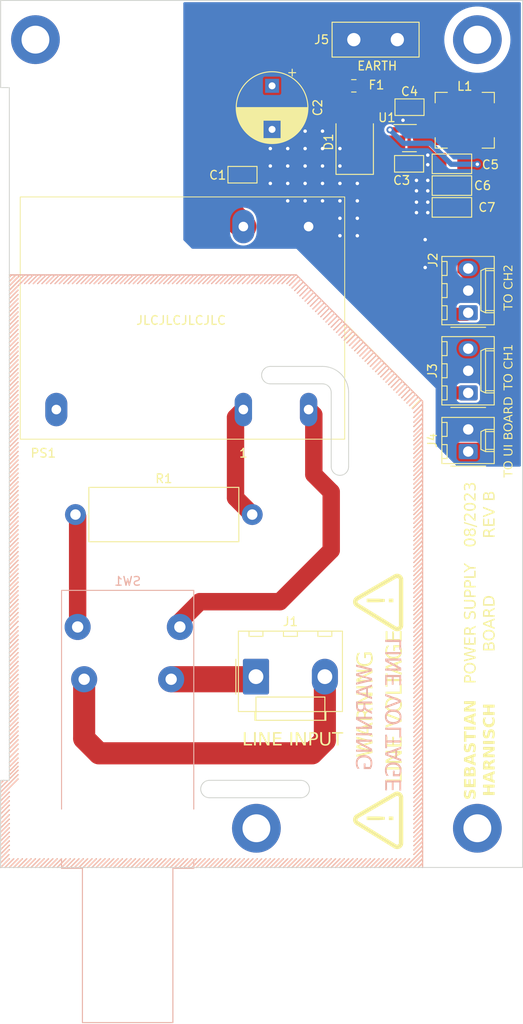
<source format=kicad_pcb>
(kicad_pcb (version 20240108) (generator "pcbnew") (generator_version "8.0")
  (layers (0 "F.Cu" signal) (31 "B.Cu" signal) (34 "B.Paste" user) (35 "F.Paste" user) (36 "B.SilkS" user "B.Silkscreen") (37 "F.SilkS" user "F.Silkscreen") (38 "B.Mask" user) (39 "F.Mask" user) (44 "Edge.Cuts" user))
  (net 0 "")
  (net 1 "Net-(PS1-N)")
  (net 2 "+15V")
  (net 3 "+3.3V")
  (net 4 "Net-(U1-SW)")
  (net 5 "Net-(U1-BST)")
  (net 6 "Net-(SW1B-C)")
  (net 7 "Net-(PS1-L)")
  (net 11 "Net-(J1-Pin_1)")
  (net 12 "Net-(J1-Pin_3)")
  (net 14 "Net-(PS1-+V_{out})")
  (net 16 "GND")
  (footprint "MountingHole:MountingHole_3.2mm_M3_DIN965_Pad" (layer "F.Cu") (at 84.8 160.5)
    (property "Reference" "H1" (hide yes))
    (property "Value" "M3")
  )
  (footprint "Fuse:Fuse_0805_2012Metric" (layer "F.Cu") (at 70.6 75.3)
    (property "Reference" "F1")
    (property "Value" "Fuse")
  )
  (footprint "01_Sebastian:BananaJack_Connector" (layer "F.Cu") (at 73.1 70)
    (property "Reference" "J5")
    (property "Value" "EARTH")
  )
  (footprint "Connector_Molex:Molex_KK-254_AE-6410-02A_1x02_P2.54mm_Vertical" (layer "F.Cu") (at 83.75 117.27 90)
    (property "Reference" "J4")
    (property "Value" "PWR_UI_BOARD")
  )
  (footprint "MountingHole:MountingHole_3.2mm_M3_DIN965_Pad" (layer "F.Cu") (at 59.4 160.5)
    (property "Reference" "H2" (hide yes))
    (property "Value" "M3")
  )
  (footprint "MountingHole:MountingHole_3.2mm_M3_DIN965_Pad" (layer "F.Cu") (at 84.8 70)
    (property "Reference" "H3" (hide yes))
    (property "Value" "M3")
  )
  (footprint "01_Sebastian:C_0805_2012Metric_Box" (layer "F.Cu") (at 76.95 84.25)
    (property "Reference" "C3")
    (property "Value" "1u")
  )
  (footprint "Inductor_SMD:L_Bourns-SRN6028" (layer "F.Cu") (at 83.35 79.25)
    (property "Reference" "L1")
    (property "Value" "3.9u")
  )
  (footprint "01_Sebastian:C_0805_2012Metric_Box" (layer "F.Cu") (at 77 77.75)
    (property "Reference" "C4")
    (property "Value" "100n")
  )
  (footprint "01_Sebastian:Triangle_Warning" (layer "F.Cu") (at 74.05 159.5 90)
    (property "Reference" "LOGO1" (hide yes))
    (property "Value" "SYMBOL_TRIANGLE_WARNING")
  )
  (footprint "Connector_Molex:Molex_KK-254_AE-6410-03A_1x03_P2.54mm_Vertical" (layer "F.Cu") (at 83.75 110.54 90)
    (property "Reference" "J3")
    (property "Value" "PWR_CH2")
  )
  (footprint "01_Sebastian:TRACO_TMPW_10" (layer "F.Cu") (at 57.9 91.45)
    (property "Reference" "PS1")
    (property "Value" "TRACO_TMPW_10")
  )
  (footprint "Package_TO_SOT_SMD:TSOT-23-6" (layer "F.Cu") (at 76.9875 81.3)
    (property "Reference" "U1")
    (property "Value" "AP63203WU")
  )
  (footprint "01_Sebastian:C_0805_2012Metric_Box" (layer "F.Cu") (at 57.8 85.5)
    (property "Reference" "C1")
    (property "Value" "1u")
  )
  (footprint "Connector_Molex:Molex_KK-396_A-41791-0003_1x03_P3.96mm_Vertical" (layer "F.Cu") (at 59.35 143.1)
    (property "Reference" "J1")
    (property "Value" "LINE")
  )
  (footprint "01_Sebastian:Triangle_Warning" (layer "F.Cu") (at 74.05 134.5 90)
    (property "Reference" "LOGO2" (hide yes))
    (property "Value" "SYMBOL_TRIANGLE_WARNING")
  )
  (footprint "Connector_Molex:Molex_KK-254_AE-6410-03A_1x03_P2.54mm_Vertical" (layer "F.Cu") (at 83.75 101.34 90)
    (property "Reference" "J2")
    (property "Value" "PWR_CH1")
  )
  (footprint "01_Sebastian:C_1206_3216Metric_Box" (layer "F.Cu") (at 81.875 86.75 180)
    (property "Reference" "C6")
    (property "Value" "22u")
  )
  (footprint "Resistor_THT:R_Axial_DIN0617_L17.0mm_D6.0mm_P20.32mm_Horizontal" (layer "F.Cu") (at 38.6 124.5)
    (property "Reference" "R1")
    (property "Value" "15")
  )
  (footprint "Diode_SMD:D_SMB" (layer "F.Cu") (at 70.7 81.8 90)
    (property "Reference" "D1")
    (property "Value" "SMBJ18CA")
  )
  (footprint "Capacitor_THT:CP_Radial_D8.0mm_P5.00mm" (layer "F.Cu") (at 61.2 75.3 -90)
    (property "Reference" "C2")
    (property "Value" "220u")
  )
  (footprint "01_Sebastian:C_1206_3216Metric_Box" (layer "F.Cu") (at 81.875 89.25 180)
    (property "Reference" "C7")
    (property "Value" "22u")
  )
  (footprint "01_Sebastian:C_1206_3216Metric_Box" (layer "F.Cu") (at 81.875 84.25 180)
    (property "Reference" "C5")
    (property "Value" "22u")
  )
  (footprint "MountingHole:MountingHole_3.2mm_M3_DIN965_Pad" (layer "F.Cu") (at 34 70)
    (property "Reference" "H4" (hide yes))
    (property "Value" "M3")
  )
  (footprint "01_Sebastian:NE1848EE" (layer "B.Cu") (at 44.6 149.4 180)
    (property "Reference" "SW1")
    (property "Value" "SW_DPDT_x2")
  )
  (gr_line (start 77.5 117.5) (end 78.5 116.5) (stroke (width 0.15)) (layer "B.SilkS"))
  (gr_line (start 41.75 98) (end 42.75 97) (stroke (width 0.15)) (layer "B.SilkS"))
  (gr_line (start 77.5 137.5) (end 78.5 136.5) (stroke (width 0.15)) (layer "B.SilkS"))
  (gr_line (start 67.1 102.1) (end 68.1 101.1) (stroke (width 0.15)) (layer "B.SilkS"))
  (gr_line (start 78.5 111.5) (end 78.5 165) (stroke (width 0.15)) (layer "B.SilkS"))
  (gr_line (start 31 113.25) (end 32 112.25) (stroke (width 0.15)) (layer "B.SilkS"))
  (gr_line (start 31.5 165) (end 32.5 164) (stroke (width 0.15)) (layer "B.SilkS"))
  (gr_line (start 51.5 165) (end 52.5 164) (stroke (width 0.15)) (layer "B.SilkS"))
  (gr_line (start 43.5 165) (end 44.5 164) (stroke (width 0.15)) (layer "B.SilkS"))
  (gr_line (start 40.25 98) (end 41.25 97) (stroke (width 0.15)) (layer "B.SilkS"))
  (gr_line (start 31 150.85) (end 32 149.85) (stroke (width 0.15)) (layer "B.SilkS"))
  (gr_line (start 46 165) (end 47 164) (stroke (width 0.15)) (layer "B.SilkS"))
  (gr_line (start 31 142.35) (end 32 141.35) (stroke (width 0.15)) (layer "B.SilkS"))
  (gr_line (start 31 136.25) (end 32 135.25) (stroke (width 0.15)) (layer "B.SilkS"))
  (gr_line (start 31 107.25) (end 32 106.25) (stroke (width 0.15)) (layer "B.SilkS"))
  (gr_line (start 37 165) (end 38 164) (stroke (width 0.15)) (layer "B.SilkS"))
  (gr_line (start 31 117.25) (end 32 116.25) (stroke (width 0.15)) (layer "B.SilkS"))
  (gr_line (start 68.9 103.9) (end 69.9 102.9) (stroke (width 0.15)) (layer "B.SilkS"))
  (gr_line (start 31 130.25) (end 32 129.25) (stroke (width 0.15)) (layer "B.SilkS"))
  (gr_line (start 30 155.85) (end 30.8 155.05) (stroke (width 0.15)) (layer "B.SilkS"))
  (gr_line (start 31 139.35) (end 32 138.35) (stroke (width 0.15)) (layer "B.SilkS"))
  (gr_line (start 74.3 109.3) (end 75.3 108.3) (stroke (width 0.15)) (layer "B.SilkS"))
  (gr_line (start 77.5 136.5) (end 78.5 135.5) (stroke (width 0.15)) (layer "B.SilkS"))
  (gr_line (start 77.5 112.8) (end 78.5 111.8) (stroke (width 0.15)) (layer "B.SilkS"))
  (gr_line (start 43.75 98) (end 44.75 97) (stroke (width 0.15)) (layer "B.SilkS"))
  (gr_line (start 31 109.75) (end 32 108.75) (stroke (width 0.15)) (layer "B.SilkS"))
  (gr_line (start 75 165) (end 76 164) (stroke (width 0.15)) (layer "B.SilkS"))
  (gr_line (start 55.5 165) (end 56.5 164) (stroke (width 0.15)) (layer "B.SilkS"))
  (gr_line (start 35.25 98) (end 36.25 97) (stroke (width 0.15)) (layer "B.SilkS"))
  (gr_line (start 31 119.25) (end 32 118.25) (stroke (width 0.15)) (layer "B.SilkS"))
  (gr_line (start 77.5 127) (end 78.5 126) (stroke (width 0.15)) (layer "B.SilkS"))
  (gr_line (start 65.3 100.3) (end 66.3 99.3) (stroke (width 0.15)) (layer "B.SilkS"))
  (gr_line (start 31 97.25) (end 31.25 97) (stroke (width 0.15)) (layer "B.SilkS"))
  (gr_line (start 52.75 98) (end 53.75 97) (stroke (width 0.15)) (layer "B.SilkS"))
  (gr_line (start 77.5 156) (end 78.5 155) (stroke (width 0.15)) (layer "B.SilkS"))
  (gr_line (start 67.7 102.7) (end 68.7 101.7) (stroke (width 0.15)) (layer "B.SilkS"))
  (gr_line (start 31 149.35) (end 32 148.35) (stroke (width 0.15)) (layer "B.SilkS"))
  (gr_line (start 30 158.35) (end 31 157.35) (stroke (width 0.15)) (layer "B.SilkS"))
  (gr_line (start 31 127.25) (end 32 126.25) (stroke (width 0.15)) (layer "B.SilkS"))
  (gr_line (start 77.5 143.5) (end 78.5 142.5) (stroke (width 0.15)) (layer "B.SilkS"))
  (gr_line (start 32.5 165) (end 33.5 164) (stroke (width 0.15)) (layer "B.SilkS"))
  (gr_line (start 31 104.25) (end 32 103.25) (stroke (width 0.15)) (layer "B.SilkS"))
  (gr_line (start 35.5 165) (end 36.5 164) (stroke (width 0.15)) (layer "B.SilkS"))
  (gr_line (start 31 132.25) (end 32 131.25) (stroke (width 0.15)) (layer "B.SilkS"))
  (gr_line (start 77.5 140) (end 78.5 139) (stroke (width 0.15)) (layer "B.SilkS"))
  (gr_line (start 31 122.25) (end 32 121.25) (stroke (width 0.15)) (layer "B.SilkS"))
  (gr_line (start 30.5 165) (end 31.5 164) (stroke (width 0.15)) (layer "B.SilkS"))
  (gr_line (start 77.5 118.5) (end 78.5 117.5) (stroke (width 0.15)) (layer "B.SilkS"))
  (gr_line (start 66.5 101.5) (end 67.5 100.5) (stroke (width 0.15)) (layer "B.SilkS"))
  (gr_line (start 77.5 126.5) (end 78.5 125.5) (stroke (width 0.15)) (layer "B.SilkS"))
  (gr_line (start 31 145.85) (end 32 144.85) (stroke (width 0.15)) (layer "B.SilkS"))
  (gr_line (start 38 165) (end 39 164) (stroke (width 0.15)) (layer "B.SilkS"))
  (gr_line (start 50 165) (end 51 164) (stroke (width 0.15)) (layer "B.SilkS"))
  (gr_line (start 31 116.25) (end 32 115.25) (stroke (width 0.15)) (layer "B.SilkS"))
  (gr_line (start 77.5 120.5) (end 78.5 119.5) (stroke (width 0.15)) (layer "B.SilkS"))
  (gr_line (start 64 97) (end 73.5 106.5) (stroke (width 0.15)) (layer "B.SilkS"))
  (gr_line (start 77.5 160) (end 78.5 159) (stroke (width 0.15)) (layer "B.SilkS"))
  (gr_line (start 30 165) (end 31 164) (stroke (width 0.15)) (layer "B.SilkS"))
  (gr_line (start 31 100.25) (end 32 99.25) (stroke (width 0.15)) (layer "B.SilkS"))
  (gr_line (start 31 131.25) (end 32 130.25) (stroke (width 0.15)) (layer "B.SilkS"))
  (gr_line (start 31 131.75) (end 32 130.75) (stroke (width 0.15)) (layer "B.SilkS"))
  (gr_line (start 31 126.25) (end 32 125.25) (stroke (width 0.15)) (layer "B.SilkS"))
  (gr_line (start 73.5 165) (end 74.5 164) (stroke (width 0.15)) (layer "B.SilkS"))
  (gr_line (start 72.5 107.5) (end 73.5 106.5) (stroke (width 0.15)) (layer "B.SilkS"))
  (gr_line (start 77.5 118) (end 78.5 117) (stroke (width 0.15)) (layer "B.SilkS"))
  (gr_line (start 31 146.35) (end 32 145.35) (stroke (width 0.15)) (layer "B.SilkS"))
  (gr_line (start 77.5 161.5) (end 78.5 160.5) (stroke (width 0.15)) (layer "B.SilkS"))
  (gr_line (start 31 116.75) (end 32 115.75) (stroke (width 0.15)) (layer "B.SilkS"))
  (gr_line (start 69.8 104.8) (end 70.8 103.8) (stroke (width 0.15)) (layer "B.SilkS"))
  (gr_line (start 31 107.75) (end 32 106.75) (stroke (width 0.15)) (layer "B.SilkS"))
  (gr_line (start 37.25 98) (end 38.25 97) (stroke (width 0.15)) (layer "B.SilkS"))
  (gr_line (start 31 128.25) (end 32 127.25) (stroke (width 0.15)) (layer "B.SilkS"))
  (gr_line (start 31 112.75) (end 32 111.75) (stroke (width 0.15)) (layer "B.SilkS"))
  (gr_line (start 77.5 124) (end 78.5 123) (stroke (width 0.15)) (layer "B.SilkS"))
  (gr_line (start 64.5 165) (end 65.5 164) (stroke (width 0.15)) (layer "B.SilkS"))
  (gr_line (start 72 165) (end 73 164) (stroke (width 0.15)) (layer "B.SilkS"))
  (gr_line (start 53.25 98) (end 54.25 97) (stroke (width 0.15)) (layer "B.SilkS"))
  (gr_line (start 40.75 98) (end 41.75 97) (stroke (width 0.15)) (layer "B.SilkS"))
  (gr_line (start 65.6 100.6) (end 66.6 99.6) (stroke (width 0.15)) (layer "B.SilkS"))
  (gr_line (start 77.5 159) (end 78.5 158) (stroke (width 0.15)) (layer "B.SilkS"))
  (gr_line (start 31 106.25) (end 32 105.25) (stroke (width 0.15)) (layer "B.SilkS"))
  (gr_line (start 64.4 99.4) (end 65.4 98.4) (stroke (width 0.15)) (layer "B.SilkS"))
  (gr_line (start 77.5 146) (end 78.5 145) (stroke (width 0.15)) (layer "B.SilkS"))
  (gr_line (start 77.5 129.5) (end 78.5 128.5) (stroke (width 0.15)) (layer "B.SilkS"))
  (gr_line (start 73.1 108.1) (end 74.1 107.1) (stroke (width 0.15)) (layer "B.SilkS"))
  (gr_line (start 31 125.75) (end 32 124.75) (stroke (width 0.15)) (layer "B.SilkS"))
  (gr_line (start 31 97.75) (end 31.75 97) (stroke (width 0.15)) (layer "B.SilkS"))
  (gr_line (start 57.8 98) (end 58.8 97) (stroke (width 0.15)) (layer "B.SilkS"))
  (gr_line (start 77.5 130.5) (end 78.5 129.5) (stroke (width 0.15)) (layer "B.SilkS"))
  (gr_line (start 64.7 99.7) (end 65.7 98.7) (stroke (width 0.15)) (layer "B.SilkS"))
  (gr_line (start 77.5 115) (end 78.5 114) (stroke (width 0.15)) (layer "B.SilkS"))
  (gr_line (start 31 136.75) (end 32 135.75) (stroke (width 0.15)) (layer "B.SilkS"))
  (gr_line (start 30 163.95) (end 31 162.95) (stroke (width 0.15)) (layer "B.SilkS"))
  (gr_line (start 77.5 115.5) (end 78.5 114.5) (stroke (width 0.15)) (layer "B.SilkS"))
  (gr_line (start 30 157.35) (end 31 156.35) (stroke (width 0.15)) (layer "B.SilkS"))
  (gr_line (start 74 165) (end 75 164) (stroke (width 0.15)) (layer "B.SilkS"))
  (gr_line (start 45.5 165) (end 46.5 164) (stroke (width 0.15)) (layer "B.SilkS"))
  (gr_line (start 31 103.25) (end 32 102.25) (stroke (width 0.15)) (layer "B.SilkS"))
  (gr_line (start 76.4 111.4) (end 77.4 110.4) (stroke (width 0.15)) (layer "B.SilkS"))
  (gr_line (start 77.5 147) (end 78.5 146) (stroke (width 0.15)) (layer "B.SilkS"))
  (gr_line (start 77.5 113.9) (end 78.5 112.9) (stroke (width 0.15)) (layer "B.SilkS"))
  (gr_line (start 77.5 124.5) (end 78.5 123.5) (stroke (width 0.15)) (layer "B.SilkS"))
  (gr_line (start 34.75 98) (end 35.75 97) (stroke (width 0.15)) (layer "B.SilkS"))
  (gr_line (start 36.75 98) (end 37.75 97) (stroke (width 0.15)) (layer "B.SilkS"))
  (gr_line (start 75.2 110.2) (end 76.2 109.2) (stroke (width 0.15)) (layer "B.SilkS"))
  (gr_line (start 77.5 142.5) (end 78.5 141.5) (stroke (width 0.15)) (layer "B.SilkS"))
  (gr_line (start 46.75 98) (end 47.75 97) (stroke (width 0.15)) (layer "B.SilkS"))
  (gr_line (start 60.35 98) (end 61.35 97) (stroke (width 0.15)) (layer "B.SilkS"))
  (gr_line (start 77.5 162.5) (end 78.5 161.5) (stroke (width 0.15)) (layer "B.SilkS"))
  (gr_line (start 77.5 121.5) (end 78.5 120.5) (stroke (width 0.15)) (layer "B.SilkS"))
  (gr_line (start 31 129.75) (end 32 128.75) (stroke (width 0.15)) (layer "B.SilkS"))
  (gr_line (start 58.5 165) (end 59.5 164) (stroke (width 0.15)) (layer "B.SilkS"))
  (gr_line (start 56.5 165) (end 57.5 164) (stroke (width 0.15)) (layer "B.SilkS"))
  (gr_line (start 65.9 100.9) (end 66.9 99.9) (stroke (width 0.15)) (layer "B.SilkS"))
  (gr_line (start 77.5 154.5) (end 78.5 153.5) (stroke (width 0.15)) (layer "B.SilkS"))
  (gr_line (start 31 142.85) (end 32 141.85) (stroke (width 0.15)) (layer "B.SilkS"))
  (gr_line (start 31 99.75) (end 32 98.75) (stroke (width 0.15)) (layer "B.SilkS"))
  (gr_line (start 51 165) (end 52 164) (stroke (width 0.15)) (layer "B.SilkS"))
  (gr_line (start 31 123.25) (end 32 122.25) (stroke (width 0.15)) (layer "B.SilkS"))
  (gr_line (start 31 147.85) (end 32 146.85) (stroke (width 0.15)) (layer "B.SilkS"))
  (gr_line (start 30 160.45) (end 31 159.45) (stroke (width 0.15)) (layer "B.SilkS"))
  (gr_line (start 77.35 112.35) (end 78.35 111.35) (stroke (width 0.15)) (layer "B.SilkS"))
  (gr_line (start 38.5 165) (end 39.5 164) (stroke (width 0.15)) (layer "B.SilkS"))
  (gr_line (start 77.5 140.5) (end 78.5 139.5) (stroke (width 0.15)) (layer "B.SilkS"))
  (gr_line (start 59.35 98) (end 60.35 97) (stroke (width 0.15)) (layer "B.SilkS"))
  (gr_line (start 74.6 109.6) (end 75.6 108.6) (stroke (width 0.15)) (layer "B.SilkS"))
  (gr_line (start 67.4 102.4) (end 68.4 101.4) (stroke (width 0.15)) (layer "B.SilkS"))
  (gr_line (start 31 105.25) (end 32 104.25) (stroke (width 0.15)) (layer "B.SilkS"))
  (gr_line (start 76.7 111.7) (end 77.7 110.7) (stroke (width 0.15)) (layer "B.SilkS"))
  (gr_line (start 77.5 122) (end 78.5 121) (stroke (width 0.15)) (layer "B.SilkS"))
  (gr_line (start 77.5 160.5) (end 78.5 159.5) (stroke (width 0.15)) (layer "B.SilkS"))
  (gr_line (start 35.75 98) (end 36.75 97) (stroke (width 0.15)) (layer "B.SilkS"))
  (gr_line (start 31 151.85) (end 32 150.85) (stroke (width 0.15)) (layer "B.SilkS"))
  (gr_line (start 40 165) (end 41 164) (stroke (width 0.15)) (layer "B.SilkS"))
  (gr_line (start 74 109) (end 75 108) (stroke (width 0.15)) (layer "B.SilkS"))
  (gr_line (start 40.5 165) (end 41.5 164) (stroke (width 0.15)) (layer "B.SilkS"))
  (gr_line (start 74.9 109.9) (end 75.9 108.9) (stroke (width 0.15)) (layer "B.SilkS"))
  (gr_line (start 65 100) (end 66 99) (stroke (width 0.15)) (layer "B.SilkS"))
  (gr_line (start 33 165) (end 34 164) (stroke (width 0.15)) (layer "B.SilkS"))
  (gr_line (start 69.5 104.5) (end 70.5 103.5) (stroke (width 0.15)) (layer "B.SilkS"))
  (gr_line (start 62.5 165) (end 63.5 164) (stroke (width 0.15)) (layer "B.SilkS"))
  (gr_line (start 31 102.25) (end 32 101.25) (stroke (width 0.15)) (layer "B.SilkS"))
  (gr_line (start 39.75 98) (end 40.75 97) (stroke (width 0.15)) (layer "B.SilkS"))
  (gr_line (start 77.5 132) (end 78.5 131) (stroke (width 0.15)) (layer "B.SilkS"))
  (gr_line (start 31 117.75) (end 32 116.75) (stroke (width 0.15)) (layer "B.SilkS"))
  (gr_line (start 77.5 125.5) (end 78.5 124.5) (stroke (width 0.15)) (layer "B.SilkS"))
  (gr_line (start 31 123.75) (end 32 122.75) (stroke (width 0.15)) (layer "B.SilkS"))
  (gr_line (start 31 114.25) (end 32 113.25) (stroke (width 0.15)) (layer "B.SilkS"))
  (gr_line (start 61.35 98) (end 62.35 97) (stroke (width 0.15)) (layer "B.SilkS"))
  (gr_line (start 49.75 98) (end 50.75 97) (stroke (width 0.15)) (layer "B.SilkS"))
  (gr_line (start 39 165) (end 40 164) (stroke (width 0.15)) (layer "B.SilkS"))
  (gr_line (start 36.25 98) (end 37.25 97) (stroke (width 0.15)) (layer "B.SilkS"))
  (gr_line (start 77.5 136) (end 78.5 135) (stroke (width 0.15)) (layer "B.SilkS"))
  (gr_line (start 77.5 131.5) (end 78.5 130.5) (stroke (width 0.15)) (layer "B.SilkS"))
  (gr_line (start 30 162.95) (end 31 161.95) (stroke (width 0.15)) (layer "B.SilkS"))
  (gr_line (start 50.75 98) (end 51.75 97) (stroke (width 0.15)) (layer "B.SilkS"))
  (gr_line (start 77.5 158) (end 78.5 157) (stroke (width 0.15)) (layer "B.SilkS"))
  (gr_line (start 76 165) (end 77 164) (stroke (width 0.15)) (layer "B.SilkS"))
  (gr_line (start 40.75 98) (end 41.75 97) (stroke (width 0.15)) (layer "B.SilkS"))
  (gr_line (start 31 124.25) (end 32 123.25) (stroke (width 0.15)) (layer "B.SilkS"))
  (gr_line (start 31 148.35) (end 32 147.35) (stroke (width 0.15)) (layer "B.SilkS"))
  (gr_line (start 77.5 128.5) (end 78.5 127.5) (stroke (width 0.15)) (layer "B.SilkS"))
  (gr_line (start 42.25 98) (end 43.25 97) (stroke (width 0.15)) (layer "B.SilkS"))
  (gr_line (start 72.5 165) (end 73.5 164) (stroke (width 0.15)) (layer "B.SilkS"))
  (gr_line (start 77.5 147.5) (end 78.5 146.5) (stroke (width 0.15)) (layer "B.SilkS"))
  (gr_line (start 36.5 165) (end 37.5 164) (stroke (width 0.15)) (layer "B.SilkS"))
  (gr_line (start 69.2 104.2) (end 70.2 103.2) (stroke (width 0.15)) (layer "B.SilkS"))
  (gr_line (start 61.85 98) (end 62.85 97) (stroke (width 0.15)) (layer "B.SilkS"))
  (gr_line (start 71.6 106.6) (end 72.6 105.6) (stroke (width 0.15)) (layer "B.SilkS"))
  (gr_line (start 30 164.475) (end 30.95 163.525) (stroke (width 0.15)) (layer "B.SilkS"))
  (gr_line (start 68.6 103.6) (end 69.6 102.6) (stroke (width 0.15)) (layer "B.SilkS"))
  (gr_line (start 30 163.45) (end 31 162.45) (stroke (width 0.15)) (layer "B.SilkS"))
  (gr_line (start 76.5 165) (end 77.5 164) (stroke (width 0.15)) (layer "B.SilkS"))
  (gr_line (start 53 165) (end 54 164) (stroke (width 0.15)) (layer "B.SilkS"))
  (gr_line (start 42.75 98) (end 43.75 97) (stroke (width 0.15)) (layer "B.SilkS"))
  (gr_line (start 77.5 164) (end 78.5 163) (stroke (width 0.15)) (layer "B.SilkS"))
  (gr_line (start 34.5 165) (end 35.5 164) (stroke (width 0.15)) (layer "B.SilkS"))
  (gr_line (start 48.25 98) (end 49.25 97) (stroke (width 0.15)) (layer "B.SilkS"))
  (gr_line (start 68.3 103.3) (end 69.3 102.3) (stroke (width 0.15)) (layer "B.SilkS"))
  (gr_line (start 33.25 98) (end 34.25 97) (stroke (width 0.15)) (layer "B.SilkS"))
  (gr_line (start 73.5 106.5) (end 78.5 111.5) (stroke (width 0.15)) (layer "B.SilkS"))
  (gr_line (start 31 126.75) (end 32 125.75) (stroke (width 0.15)) (layer "B.SilkS"))
  (gr_line (start 77.5 133) (end 78.5 132) (stroke (width 0.15)) (layer "B.SilkS"))
  (gr_line (start 39.25 98) (end 40.25 97) (stroke (width 0.15)) (layer "B.SilkS"))
  (gr_line (start 30 162.45) (end 31 161.45) (stroke (width 0.15)) (layer "B.SilkS"))
  (gr_line (start 31 111.25) (end 32 110.25) (stroke (width 0.15)) (layer "B.SilkS"))
  (gr_line (start 36 165) (end 37 164) (stroke (width 0.15)) (layer "B.SilkS"))
  (gr_line (start 75.5 165) (end 76.5 164) (stroke (width 0.15)) (layer "B.SilkS"))
  (gr_line (start 71.3 106.3) (end 72.3 105.3) (stroke (width 0.15)) (layer "B.SilkS"))
  (gr_line (start 49.25 98) (end 50.25 97) (stroke (width 0.15)) (layer "B.SilkS"))
  (gr_line (start 31 113.75) (end 32 112.75) (stroke (width 0.15)) (layer "B.SilkS"))
  (gr_line (start 31 102.75) (end 32 101.75) (stroke (width 0.15)) (layer "B.SilkS"))
  (gr_line (start 66.8 101.8) (end 67.8 100.8) (stroke (width 0.15)) (layer "B.SilkS"))
  (gr_line (start 31 139.85) (end 32 138.85) (stroke (width 0.15)) (layer "B.SilkS"))
  (gr_line (start 31 137.75) (end 32 136.75) (stroke (width 0.15)) (layer "B.SilkS"))
  (gr_line (start 60.5 165) (end 61.5 164) (stroke (width 0.15)) (layer "B.SilkS"))
  (gr_line (start 45.75 98) (end 46.75 97) (stroke (width 0.15)) (layer "B.SilkS"))
  (gr_line (start 31 143.35) (end 32 142.35) (stroke (width 0.15)) (layer "B.SilkS"))
  (gr_line (start 71.5 165) (end 72.5 164) (stroke (width 0.15)) (layer "B.SilkS"))
  (gr_line (start 30 157.85) (end 31 156.85) (stroke (width 0.15)) (layer "B.SilkS"))
  (gr_line (start 77.5 114.4) (end 78.5 113.4) (stroke (width 0.15)) (layer "B.SilkS"))
  (gr_line (start 77.5 162) (end 78.5 161) (stroke (width 0.15)) (layer "B.SilkS"))
  (gr_line (start 77.5 163.5) (end 78.5 162.5) (stroke (width 0.15)) (layer "B.SilkS"))
  (gr_line (start 31 101.25) (end 32 100.25) (stroke (width 0.15)) (layer "B.SilkS"))
  (gr_line (start 77.5 138.5) (end 78.5 137.5) (stroke (width 0.15)) (layer "B.SilkS"))
  (gr_line (start 77.5 122.5) (end 78.5 121.5) (stroke (width 0.15)) (layer "B.SilkS"))
  (gr_line (start 31 97.25) (end 31.25 97) (stroke (width 0.15)) (layer "B.SilkS"))
  (gr_line (start 73.4 108.4) (end 74.4 107.4) (stroke (width 0.15)) (layer "B.SilkS"))
  (gr_line (start 70.4 105.4) (end 71.4 104.4) (stroke (width 0.15)) (layer "B.SilkS"))
  (gr_line (start 77.5 151.5) (end 78.5 150.5) (stroke (width 0.15)) (layer "B.SilkS"))
  (gr_line (start 77.5 155.5) (end 78.5 154.5) (stroke (width 0.15)) (layer "B.SilkS"))
  (gr_line (start 31 139.35) (end 32 138.35) (stroke (width 0.15)) (layer "B.SilkS"))
  (gr_line (start 73 165) (end 74 164) (stroke (width 0.15)) (layer "B.SilkS"))
  (gr_line (start 31 149.85) (end 32 148.85) (stroke (width 0.15)) (layer "B.SilkS"))
  (gr_line (start 30 161.45) (end 31 160.45) (stroke (width 0.15)) (layer "B.SilkS"))
  (gr_line (start 38.25 98) (end 39.25 97) (stroke (width 0.15)) (layer "B.SilkS"))
  (gr_line (start 77.5 119) (end 78.5 118) (stroke (width 0.15)) (layer "B.SilkS"))
  (gr_line (start 62.35 98) (end 63.35 97) (stroke (width 0.15)) (layer "B.SilkS"))
  (gr_line (start 77.5 121) (end 78.5 120) (stroke (width 0.15)) (layer "B.SilkS"))
  (gr_line (start 31 105.75) (end 32 104.75) (stroke (width 0.15)) (layer "B.SilkS"))
  (gr_line (start 57.25 98) (end 58.25 97) (stroke (width 0.15)) (layer "B.SilkS"))
  (gr_line (start 31 98.25) (end 32 97.25) (stroke (width 0.15)) (layer "B.SilkS"))
  (gr_line (start 50.25 98) (end 51.25 97) (stroke (width 0.15)) (layer "B.SilkS"))
  (gr_line (start 77.5 129) (end 78.5 128) (stroke (width 0.15)) (layer "B.SilkS"))
  (gr_line (start 31 141.35) (end 32 140.35) (stroke (width 0.15)) (layer "B.SilkS"))
  (gr_line (start 77.5 153) (end 78.5 152) (stroke (width 0.15)) (layer "B.SilkS"))
  (gr_line (start 45 165) (end 46 164) (stroke (width 0.15)) (layer "B.SilkS"))
  (gr_line (start 31 108.25) (end 32 107.25) (stroke (width 0.15)) (layer "B.SilkS"))
  (gr_line (start 60 165) (end 61 164) (stroke (width 0.15)) (layer "B.SilkS"))
  (gr_line (start 56 165) (end 57 164) (stroke (width 0.15)) (layer "B.SilkS"))
  (gr_line (start 31 147.35) (end 32 146.35) (stroke (width 0.15)) (layer "B.SilkS"))
  (gr_line (start 31 155.35) (end 32 154.35) (stroke (width 0.15)) (layer "B.SilkS"))
  (gr_line (start 63 165) (end 64 164) (stroke (width 0.15)) (layer "B.SilkS"))
  (gr_line (start 72.8 107.8) (end 73.8 106.8) (stroke (width 0.15)) (layer "B.SilkS"))
  (gr_line (start 47.25 98) (end 48.25 97) (stroke (width 0.15)) (layer "B.SilkS"))
  (gr_line (start 31 143.85) (end 32 142.85) (stroke (width 0.15)) (layer "B.SilkS"))
  (gr_line (start 38.75 98) (end 39.75 97) (stroke (width 0.15)) (layer "B.SilkS"))
  (gr_line (start 70 165) (end 71 164) (stroke (width 0.15)) (layer "B.SilkS"))
  (gr_line (start 44 165) (end 45 164) (stroke (width 0.15)) (layer "B.SilkS"))
  (gr_line (start 77.5 116) (end 78.5 115) (stroke (width 0.15)) (layer "B.SilkS"))
  (gr_line (start 57.5 165) (end 58.5 164) (stroke (width 0.15)) (layer "B.SilkS"))
  (gr_line (start 51.25 98) (end 52.25 97) (stroke (width 0.15)) (layer "B.SilkS"))
  (gr_line (start 30 161.95) (end 31 160.95) (stroke (width 0.15)) (layer "B.SilkS"))
  (gr_line (start 31.25 98) (end 32.25 97) (stroke (width 0.15)) (layer "B.SilkS"))
  (gr_line (start 77.5 123) (end 78.5 122) (stroke (width 0.15)) (layer "B.SilkS"))
  (gr_line (start 31 106.75) (end 32 105.75) (stroke (width 0.15)) (layer "B.SilkS"))
  (gr_line (start 54.75 98) (end 55.75 97) (stroke (width 0.15)) (layer "B.SilkS"))
  (gr_line (start 77.5 155) (end 78.5 154) (stroke (width 0.15)) (layer "B.SilkS"))
  (gr_line (start 31 140.35) (end 32 139.35) (stroke (width 0.15)) (layer "B.SilkS"))
  (gr_line (start 31 133.75) (end 32 132.75) (stroke (width 0.15)) (layer "B.SilkS"))
  (gr_line (start 31 110.75) (end 32 109.75) (stroke (width 0.15)) (layer "B.SilkS"))
  (gr_line (start 45.25 98) (end 46.25 97) (stroke (width 0.15)) (layer "B.SilkS"))
  (gr_line (start 52.25 98) (end 53.25 97) (stroke (width 0.15)) (layer "B.SilkS"))
  (gr_line (start 62.9 98) (end 63.9 97) (stroke (width 0.15)) (layer "B.SilkS"))
  (gr_line (start 31 134.75) (end 32 133.75) (stroke (width 0.15)) (layer "B.SilkS"))
  (gr_line (start 77.5 127.5) (end 78.5 126.5) (stroke (width 0.15)) (layer "B.SilkS"))
  (gr_line (start 30 159.95) (end 31 158.95) (stroke (width 0.15)) (layer "B.SilkS"))
  (gr_line (start 31 135.25) (end 32 134.25) (stroke (width 0.15)) (layer "B.SilkS"))
  (gr_line (start 66.5 165) (end 67.5 164) (stroke (width 0.15)) (layer "B.SilkS"))
  (gr_line (start 63.5 98.5) (end 64.5 97.5) (stroke (width 0.15)) (layer "B.SilkS"))
  (gr_line (start 59.5 165) (end 60.5 164) (stroke (width 0.15)) (layer "B.SilkS"))
  (gr_line (start 31 98.75) (end 32 97.75) (stroke (width 0.15)) (layer "B.SilkS"))
  (gr_line (start 77.5 133.5) (end 78.5 132.5) (stroke (width 0.15)) (layer "B.SilkS"))
  (gr_line (start 31 154.85) (end 32 153.85) (stroke (width 0.15)) (layer "B.SilkS"))
  (gr_line (start 59.85 98) (end 60.85 97) (stroke (width 0.15)) (layer "B.SilkS"))
  (gr_line (start 64 165) (end 65 164) (stroke (width 0.15)) (layer "B.SilkS"))
  (gr_line (start 61 165) (end 62 164) (stroke (width 0.15)) (layer "B.SilkS"))
  (gr_line (start 31 125.25) (end 32 124.25) (stroke (width 0.15)) (layer "B.SilkS"))
  (gr_line (start 60.85 98) (end 61.85 97) (stroke (width 0.15)) (layer "B.SilkS"))
  (gr_line (start 77.5 126) (end 78.5 125) (stroke (width 0.15)) (layer "B.SilkS"))
  (gr_line (start 30.05 159.35) (end 31 158.4) (stroke (width 0.15)) (layer "B.SilkS"))
  (gr_line (start 37.75 98) (end 38.75 97) (stroke (width 0.15)) (layer "B.SilkS"))
  (gr_line (start 77.5 149) (end 78.5 148) (stroke (width 0.15)) (layer "B.SilkS"))
  (gr_line (start 50.5 165) (end 51.5 164) (stroke (width 0.15)) (layer "B.SilkS"))
  (gr_line (start 31 115.75) (end 32 114.75) (stroke (width 0.15)) (layer "B.SilkS"))
  (gr_line (start 31 98.25) (end 32 97.25) (stroke (width 0.15)) (layer "B.SilkS"))
  (gr_line (start 31 145.35) (end 32 144.35) (stroke (width 0.15)) (layer "B.SilkS"))
  (gr_line (start 31 110.25) (end 32 109.25) (stroke (width 0.15)) (layer "B.SilkS"))
  (gr_line (start 77.5 137) (end 78.5 136) (stroke (width 0.15)) (layer "B.SilkS"))
  (gr_line (start 77.5 165) (end 78.5 164) (stroke (width 0.15)) (layer "B.SilkS"))
  (gr_line (start 77.5 152) (end 78.5 151) (stroke (width 0.15)) (layer "B.SilkS"))
  (gr_line (start 71 106) (end 72 105) (stroke (width 0.15)) (layer "B.SilkS"))
  (gr_line (start 31 120.75) (end 32 119.75) (stroke (width 0.15)) (layer "B.SilkS"))
  (gr_line (start 49 165) (end 50 164) (stroke (width 0.15)) (layer "B.SilkS"))
  (gr_line (start 31 128.75) (end 32 127.75) (stroke (width 0.15)) (layer "B.SilkS"))
  (gr_line (start 73.7 108.7) (end 74.7 107.7) (stroke (width 0.15)) (layer "B.SilkS"))
  (gr_line (start 31 127.75) (end 32 126.75) (stroke (width 0.15)) (layer "B.SilkS"))
  (gr_line (start 62 165) (end 63 164) (stroke (width 0.15)) (layer "B.SilkS"))
  (gr_line (start 32 165) (end 33 164) (stroke (width 0.15)) (layer "B.SilkS"))
  (gr_line (start 31 98.75) (end 32 97.75) (stroke (width 0.15)) (layer "B.SilkS"))
  (gr_line (start 31 104.75) (end 32 103.75) (stroke (width 0.15)) (layer "B.SilkS"))
  (gr_line (start 77.5 125) (end 78.5 124) (stroke (width 0.15)) (layer "B.SilkS"))
  (gr_line (start 43 165) (end 44 164) (stroke (width 0.15)) (layer "B.SilkS"))
  (gr_line (start 71.9 106.9) (end 72.9 105.9) (stroke (width 0.15)) (layer "B.SilkS"))
  (gr_line (start 77.5 141.5) (end 78.5 140.5) (stroke (width 0.15)) (layer "B.SilkS"))
  (gr_line (start 77.5 159.5) (end 78.5 158.5) (stroke (width 0.15)) (layer "B.SilkS"))
  (gr_line (start 77.5 143) (end 78.5 142) (stroke (width 0.15)) (layer "B.SilkS"))
  (gr_line (start 31 144.85) (end 32 143.85) (stroke (width 0.15)) (layer "B.SilkS"))
  (gr_line (start 31.75 98) (end 32.75 97) (stroke (width 0.15)) (layer "B.SilkS"))
  (gr_line (start 31 132.75) (end 32 131.75) (stroke (width 0.15)) (layer "B.SilkS"))
  (gr_line (start 77.5 134.5) (end 78.5 133.5) (stroke (width 0.15)) (layer "B.SilkS"))
  (gr_line (start 77.5 152.5) (end 78.5 151.5) (stroke (width 0.15)) (layer "B.SilkS"))
  (gr_line (start 77.5 130) (end 78.5 129) (stroke (width 0.15)) (layer "B.SilkS"))
  (gr_line (start 77.5 131) (end 78.5 130) (stroke (width 0.15)) (layer "B.SilkS"))
  (gr_line (start 31 103.75) (end 32 102.75) (stroke (width 0.15)) (layer "B.SilkS"))
  (gr_line (start 71 165) (end 72 164) (stroke (width 0.15)) (layer "B.SilkS"))
  (gr_line (start 31 151.35) (end 32 150.35) (stroke (width 0.15)) (layer "B.SilkS"))
  (gr_line (start 77.5 161) (end 78.5 160) (stroke (width 0.15)) (layer "B.SilkS"))
  (gr_line (start 54.5 165) (end 55.5 164) (stroke (width 0.15)) (layer "B.SilkS"))
  (gr_line (start 77.5 151) (end 78.5 150) (stroke (width 0.15)) (layer "B.SilkS"))
  (gr_line (start 77.5 156.5) (end 78.5 155.5) (stroke (width 0.15)) (layer "B.SilkS"))
  (gr_line (start 77 165) (end 78 164) (stroke (width 0.15)) (layer "B.SilkS"))
  (gr_line (start 54 165) (end 55 164) (stroke (width 0.15)) (layer "B.SilkS"))
  (gr_line (start 31.05 152.35) (end 32 151.4) (stroke (width 0.15)) (layer "B.SilkS"))
  (gr_line (start 75.8 110.8) (end 76.8 109.8) (stroke (width 0.15)) (layer "B.SilkS"))
  (gr_line (start 31 111.75) (end 32 110.75) (stroke (width 0.15)) (layer "B.SilkS"))
  (gr_line (start 42 165) (end 43 164) (stroke (width 0.15)) (layer "B.SilkS"))
  (gr_line (start 44.5 165) (end 45.5 164) (stroke (width 0.15)) (layer "B.SilkS"))
  (gr_line (start 58 165) (end 59 164) (stroke (width 0.15)) (layer "B.SilkS"))
  (gr_line (start 31 138.85) (end 32 137.85) (stroke (width 0.15)) (layer "B.SilkS"))
  (gr_line (start 42.5 165) (end 43.5 164) (stroke (width 0.15)) (layer "B.SilkS"))
  (gr_line (start 30 156.85) (end 32 154.85) (stroke (width 0.15)) (layer "B.SilkS"))
  (gr_line (start 77.5 116.5) (end 78.5 115.5) (stroke (width 0.15)) (layer "B.SilkS"))
  (gr_line (start 49.5 165) (end 50.5 164) (stroke (width 0.15)) (layer "B.SilkS"))
  (gr_line (start 41 165) (end 42 164) (stroke (width 0.15)) (layer "B.SilkS"))
  (gr_line (start 37.5 165) (end 38.5 164) (stroke (width 0.15)) (layer "B.SilkS"))
  (gr_line (start 59 165) (end 60 164) (stroke (width 0.15)) (layer "B.SilkS"))
  (gr_line (start 31 138.35) (end 32 137.35) (stroke (width 0.15)) (layer "B.SilkS"))
  (gr_line (start 69.5 165) (end 70.5 164) (stroke (width 0.15)) (layer "B.SilkS"))
  (gr_line (start 77.5 113.35) (end 78.5 112.35) (stroke (width 0.15)) (layer "B.SilkS"))
  (gr_line (start 77 112) (end 78 111) (stroke (width 0.15)) (layer "B.SilkS"))
  (gr_line (start 48.75 98) (end 49.75 97) (stroke (width 0.15)) (layer "B.SilkS"))
  (gr_line (start 31 134.25) (end 32 133.25) (stroke (width 0.15)) (layer "B.SilkS"))
  (gr_line (start 74.5 165) (end 75.5 164) (stroke (width 0.15)) (layer "B.SilkS"))
  (gr_line (start 31 144.35) (end 32 143.35) (stroke (width 0.15)) (layer "B.SilkS"))
  (gr_line (start 35 165) (end 36 164) (stroke (width 0.15)) (layer "B.SilkS"))
  (gr_line (start 44.75 98) (end 45.75 97) (stroke (width 0.15)) (layer "B.SilkS"))
  (gr_line (start 77.5 150) (end 78.5 149) (stroke (width 0.15)) (layer "B.SilkS"))
  (gr_line (start 63.8 98.8) (end 64.8 97.8) (stroke (width 0.15)) (layer "B.SilkS"))
  (gr_line (start 31 153.45) (end 32 152.45) (stroke (width 0.15)) (layer "B.SilkS"))
  (gr_line (start 61.5 165) (end 62.5 164) (stroke (width 0.15)) (layer "B.SilkS"))
  (gr_line (start 77.5 139) (end 78.5 138) (stroke (width 0.15)) (layer "B.SilkS"))
  (gr_line (start 31 165) (end 32 164) (stroke (width 0.15)) (layer "B.SilkS"))
  (gr_line (start 77.5 134) (end 78.5 133) (stroke (width 0.15)) (layer "B.SilkS"))
  (gr_line (start 77.5 141) (end 78.5 140) (stroke (width 0.15)) (layer "B.SilkS"))
  (gr_line (start 31 130.75) (end 32 129.75) (stroke (width 0.15)) (layer "B.SilkS"))
  (gr_line (start 77.5 148) (end 78.5 147) (stroke (width 0.15)) (layer "B.SilkS"))
  (gr_line (start 65.5 165) (end 66.5 164) (stroke (width 0.15)) (layer "B.SilkS"))
  (gr_line (start 48.5 165) (end 49.5 164) (stroke (width 0.15)) (layer "B.SilkS"))
  (gr_line (start 31 118.25) (end 32 117.25) (stroke (width 0.15)) (layer "B.SilkS"))
  (gr_line (start 32.75 98) (end 33.75 97) (stroke (width 0.15)) (layer "B.SilkS"))
  (gr_line (start 30 160.95) (end 31 159.95) (stroke (width 0.15)) (layer "B.SilkS"))
  (gr_line (start 31 100.75) (end 32 99.75) (stroke (width 0.15)) (layer "B.SilkS"))
  (gr_line (start 53.75 98) (end 54.75 97) (stroke (width 0.15)) (layer "B.SilkS"))
  (gr_line (start 31 112.25) (end 32 111.25) (stroke (width 0.15)) (layer "B.SilkS"))
  (gr_line (start 77.5 153.5) (end 78.5 152.5) (stroke (width 0.15)) (layer "B.SilkS"))
  (gr_line (start 77.5 157.5) (end 78.5 156.5) (stroke (width 0.15)) (layer "B.SilkS"))
  (gr_line (start 55.75 98) (end 56.75 97) (stroke (width 0.15)) (layer "B.SilkS"))
  (gr_line (start 77.5 135.5) (end 78.5 134.5) (stroke (width 0.15)) (layer "B.SilkS"))
  (gr_line (start 30 158.85) (end 31 157.85) (stroke (width 0.15)) (layer "B.SilkS"))
  (gr_line (start 31 154.4) (end 32 153.4) (stroke (width 0.15)) (layer "B.SilkS"))
  (gr_line (start 77.5 163) (end 78.5 162) (stroke (width 0.15)) (layer "B.SilkS"))
  (gr_line (start 31 135.75) (end 32 134.75) (stroke (width 0.15)) (layer "B.SilkS"))
  (gr_line (start 47.5 165) (end 48.5 164) (stroke (width 0.15)) (layer "B.SilkS"))
  (gr_line (start 58.35 98) (end 59.35 97) (stroke (width 0.15)) (layer "B.SilkS"))
  (gr_line (start 77.5 123.5) (end 78.5 122.5) (stroke (width 0.15)) (layer "B.SilkS"))
  (gr_line (start 31 153.95) (end 32 152.95) (stroke (width 0.15)) (layer "B.SilkS"))
  (gr_line (start 70.7 105.7) (end 71.7 104.7) (stroke (width 0.15)) (layer "B.SilkS"))
  (gr_line (start 70.5 165) (end 71.5 164) (stroke (width 0.15)) (layer "B.SilkS"))
  (gr_line (start 41.25 98) (end 42.25 97) (stroke (width 0.15)) (layer "B.SilkS"))
  (gr_line (start 77.5 145.5) (end 78.5 144.5) (stroke (width 0.15)) (layer "B.SilkS"))
  (gr_line (start 52 165) (end 53 164) (stroke (width 0.15)) (layer "B.SilkS"))
  (gr_line (start 53.5 165) (end 54.5 164) (stroke (width 0.15)) (layer "B.SilkS"))
  (gr_line (start 31 108.75) (end 32 107.75) (stroke (width 0.15)) (layer "B.SilkS"))
  (gr_line (start 31 137.25) (end 32 136.25) (stroke (width 0.15)) (layer "B.SilkS"))
  (gr_line (start 77.5 146.5) (end 78.5 145.5) (stroke (width 0.15)) (layer "B.SilkS"))
  (gr_line (start 77.5 144) (end 78.5 143) (stroke (width 0.15)) (layer "B.SilkS"))
  (gr_line (start 77.5 138) (end 78.5 137) (stroke (width 0.15)) (layer "B.SilkS"))
  (gr_line (start 31 152.95) (end 32 151.95) (stroke (width 0.15)) (layer "B.SilkS"))
  (gr_line (start 77.5 120) (end 78.5 119) (stroke (width 0.15)) (layer "B.SilkS"))
  (gr_line (start 33.75 98) (end 34.75 97) (stroke (width 0.15)) (layer "B.SilkS"))
  (gr_line (start 68.5 165) (end 69.5 164) (stroke (width 0.15)) (layer "B.SilkS"))
  (gr_line (start 31 148.85) (end 32 147.85) (stroke (width 0.15)) (layer "B.SilkS"))
  (gr_line (start 31 122.75) (end 32 121.75) (stroke (width 0.15)) (layer "B.SilkS"))
  (gr_line (start 30 156.35) (end 31 155.35) (stroke (width 0.15)) (layer "B.SilkS"))
  (gr_line (start 47.75 98) (end 48.75 97) (stroke (width 0.15)) (layer "B.SilkS"))
  (gr_line (start 34.25 98) (end 35.25 97) (stroke (width 0.15)) (layer "B.SilkS"))
  (gr_line (start 31 119.75) (end 32 118.75) (stroke (width 0.15)) (layer "B.SilkS"))
  (gr_line (start 77.5 117) (end 78.5 116) (stroke (width 0.15)) (layer "B.SilkS"))
  (gr_line (start 78 165) (end 78.5 164.5) (stroke (width 0.15)) (layer "B.SilkS"))
  (gr_line (start 31 129.25) (end 32 128.25) (stroke (width 0.15)) (layer "B.SilkS"))
  (gr_line (start 31 99.25) (end 32.25 98) (stroke (width 0.15)) (layer "B.SilkS"))
  (gr_line (start 76.1 111.1) (end 77.1 110.1) (stroke (width 0.15)) (layer "B.SilkS"))
  (gr_line (start 68 103) (end 69 102) (stroke (width 0.15)) (layer "B.SilkS"))
  (gr_line (start 46.25 98) (end 47.25 97) (stroke (width 0.15)) (layer "B.SilkS"))
  (gr_line (start 31 121.25) (end 32 120.25) (stroke (width 0.15)) (layer "B.SilkS"))
  (gr_line (start 55 165) (end 56 164) (stroke (width 0.15)) (layer "B.SilkS"))
  (gr_line (start 47 165) (end 48 164) (stroke (width 0.15)) (layer "B.SilkS"))
  (gr_line (start 64.1 99.1) (end 65.1 98.1) (stroke (width 0.15)) (layer "B.SilkS"))
  (gr_line (start 77.5 135) (end 78.5 134) (stroke (width 0.15)) (layer "B.SilkS"))
  (gr_line (start 31 97.75) (end 31.75 97) (stroke (width 0.15)) (layer "B.SilkS"))
  (gr_line (start 77.5 119.5) (end 78.5 118.5) (stroke (width 0.15)) (layer "B.SilkS"))
  (gr_line (start 56.25 98) (end 57.25 97) (stroke (width 0.15)) (layer "B.SilkS"))
  (gr_line (start 77.5 164.5) (end 78.5 163.5) (stroke (width 0.15)) (layer "B.SilkS"))
  (gr_line (start 77.5 148.5) (end 78.5 147.5) (stroke (width 0.15)) (layer "B.SilkS"))
  (gr_line (start 31 99.25) (end 32 98.25) (stroke (width 0.15)) (layer "B.SilkS"))
  (gr_line (start 30 155.35) (end 30.35 155) (stroke (width 0.15)) (layer "B.SilkS"))
  (gr_line (start 43.25 98) (end 44.25 97) (stroke (width 0.15)) (layer "B.SilkS"))
  (gr_line (start 31 150.35) (end 32 149.35) (stroke (width 0.15)) (layer "B.SilkS"))
  (gr_line (start 39.5 165) (end 40.5 164) (stroke (width 0.15)) (layer "B.SilkS"))
  (gr_line (start 77.5 144.5) (end 78.5 143.5) (stroke (width 0.15)) (layer "B.SilkS"))
  (gr_line (start 34 165) (end 35 164) (stroke (width 0.15)) (layer "B.SilkS"))
  (gr_line (start 77.5 142) (end 78.5 141) (stroke (width 0.15)) (layer "B.SilkS"))
  (gr_line (start 66.2 101.2) (end 67.2 100.2) (stroke (width 0.15)) (layer "B.SilkS"))
  (gr_line (start 69 165) (end 70 164) (stroke (width 0.15)) (layer "B.SilkS"))
  (gr_line (start 31 133.25) (end 32 132.25) (stroke (width 0.15)) (layer "B.SilkS"))
  (gr_line (start 77.5 128) (end 78.5 127) (stroke (width 0.15)) (layer "B.SilkS"))
  (gr_line (start 63.2 98.2) (end 64.2 97.2) (stroke (width 0.15)) (layer "B.SilkS"))
  (gr_line (start 57 165) (end 58 164) (stroke (width 0.15)) (layer "B.SilkS"))
  (gr_line (start 77.5 132.5) (end 78.5 131.5) (stroke (width 0.15)) (layer "B.SilkS"))
  (gr_line (start 31 121.75) (end 32 120.75) (stroke (width 0.15)) (layer "B.SilkS"))
  (gr_line (start 66 165) (end 67 164) (stroke (width 0.15)) (layer "B.SilkS"))
  (gr_line (start 65 165) (end 66 164) (stroke (width 0.15)) (layer "B.SilkS"))
  (gr_line (start 58.85 98) (end 59.85 97) (stroke (width 0.15)) (layer "B.SilkS"))
  (gr_line (start 67 165) (end 68 164) (stroke (width 0.15)) (layer "B.SilkS"))
  (gr_line (start 52.5 165) (end 53.5 164) (stroke (width 0.15)) (layer "B.SilkS"))
  (gr_line (start 55.25 98) (end 56.25 97) (stroke (width 0.15)) (layer "B.SilkS"))
  (gr_line (start 77.5 157) (end 78.5 156) (stroke (width 0.15)) (layer "B.SilkS"))
  (gr_line (start 70.1 105.1) (end 71.1 104.1) (stroke (width 0.15)) (layer "B.SilkS"))
  (gr_line (start 77.5 154) (end 78.5 153) (stroke (width 0.15)) (layer "B.SilkS"))
  (gr_line (start 41.5 165) (end 42.5 164) (stroke (width 0.15)) (layer "B.SilkS"))
  (gr_line (start 67.5 165) (end 68.5 164) (stroke (width 0.15)) (layer "B.SilkS"))
  (gr_line (start 48 165) (end 49 164) (stroke (width 0.15)) (layer "B.SilkS"))
  (gr_line (start 54.25 98) (end 55.25 97) (stroke (width 0.15)) (layer "B.SilkS"))
  (gr_line (start 72.2 107.2) (end 73.2 106.2) (stroke (width 0.15)) (layer "B.SilkS"))
  (gr_line (start 31 109.25) (end 32 108.25) (stroke (width 0.15)) (layer "B.SilkS"))
  (gr_line (start 56.75 98) (end 57.75 97) (stroke (width 0.15)) (layer "B.SilkS"))
  (gr_line (start 33.5 165) (end 34.5 164) (stroke (width 0.15)) (layer "B.SilkS"))
  (gr_line (start 31 141.85) (end 32 140.85) (stroke (width 0.15)) (layer "B.SilkS"))
  (gr_line (start 77.5 145) (end 78.5 144) (stroke (width 0.15)) (layer "B.SilkS"))
  (gr_line (start 31 115.25) (end 32 114.25) (stroke (width 0.15)) (layer "B.SilkS"))
  (gr_line (start 31 124.75) (end 32 123.75) (stroke (width 0.15)) (layer "B.SilkS"))
  (gr_line (start 31 101.75) (end 32 100.75) (stroke (width 0.15)) (layer "B.SilkS"))
  (gr_line (start 68 165) (end 69 164) (stroke (width 0.15)) (layer "B.SilkS"))
  (gr_line (start 44.25 98) (end 45.25 97) (stroke (width 0.15)) (layer "B.SilkS"))
  (gr_line (start 31 120.25) (end 32 119.25) (stroke (width 0.15)) (layer "B.SilkS"))
  (gr_line (start 30.55 164.45) (end 30.95 164.05) (stroke (width 0.15)) (layer "B.SilkS"))
  (gr_line (start 46.5 165) (end 47.5 164) (stroke (width 0.15)) (layer "B.SilkS"))
  (gr_line (start 31 140.85) (end 32 139.85) (stroke (width 0.15)) (layer "B.SilkS"))
  (gr_line (start 77.5 158.5) (end 78.5 157.5) (stroke (width 0.15)) (layer "B.SilkS"))
  (gr_line (start 31 146.85) (end 32 145.85) (stroke (width 0.15)) (layer "B.SilkS"))
  (gr_line (start 77.5 149.5) (end 78.5 148.5) (stroke (width 0.15)) (layer "B.SilkS"))
  (gr_line (start 77.5 139.5) (end 78.5 138.5) (stroke (width 0.15)) (layer "B.SilkS"))
  (gr_line (start 77.5 150.5) (end 78.5 149.5) (stroke (width 0.15)) (layer "B.SilkS"))
  (gr_line (start 31 114.75) (end 32 113.75) (stroke (width 0.15)) (layer "B.SilkS"))
  (gr_line (start 51.75 98) (end 52.75 97) (stroke (width 0.15)) (layer "B.SilkS"))
  (gr_line (start 31 118.75) (end 32 117.75) (stroke (width 0.15)) (layer "B.SilkS"))
  (gr_line (start 64 97) (end 31 97) (stroke (width 0.15)) (layer "B.SilkS"))
  (gr_line (start 63.5 165) (end 64.5 164) (stroke (width 0.15)) (layer "B.SilkS"))
  (gr_line (start 75.5 110.5) (end 76.5 109.5) (stroke (width 0.15)) (layer "B.SilkS"))
  (gr_line (start 77.5 114.4) (end 78.5 113.4) (stroke (width 0.15)) (layer "B.SilkS"))
  (gr_line (start 32.25 98) (end 33.25 97) (stroke (width 0.15)) (layer "B.SilkS"))
  (gr_line (start 69 164) (end 68 165) (stroke (width 0.15)) (layer "F.SilkS"))
  (gr_line (start 46.5 164) (end 45.5 165) (stroke (width 0.15)) (layer "F.SilkS"))
  (gr_line (start 32 131.25) (end 31 132.25) (stroke (width 0.15)) (layer "F.SilkS"))
  (gr_line (start 69.7 103.65) (end 70.2 103.15) (stroke (width 0.15)) (layer "F.SilkS"))
  (gr_line (start 36.5 164) (end 35.5 165) (stroke (width 0.15)) (layer "F.SilkS"))
  (gr_line (start 32 125.75) (end 31 126.75) (stroke (width 0.15)) (layer "F.SilkS"))
  (gr_line (start 32 137.85) (end 31 138.85) (stroke (width 0.15)) (layer "F.SilkS"))
  (gr_line (start 78.5 119.5) (end 77.5 120.5) (stroke (width 0.15)) (layer "F.SilkS"))
  (gr_line (start 78.5 129) (end 77.5 130) (stroke (width 0.15)) (layer "F.SilkS"))
  (gr_line (start 78.5 155) (end 77.5 156) (stroke (width 0.15)) (layer "F.SilkS"))
  (gr_line (start 78.5 133.5) (end 77.5 134.5) (stroke (width 0.15)) (layer "F.SilkS"))
  (gr_line (start 74.3 109.3) (end 75.3 108.3) (stroke (width 0.15)) (layer "F.SilkS"))
  (gr_line (start 78.5 162) (end 77.5 163) (stroke (width 0.15)) (layer "F.SilkS"))
  (gr_line (start 32 118.75) (end 31 119.75) (stroke (width 0.15)) (layer "F.SilkS"))
  (gr_line (start 78.5 145.5) (end 77.5 146.5) (stroke (width 0.15)) (layer "F.SilkS"))
  (gr_line (start 78.5 139.5) (end 77.5 140.5) (stroke (width 0.15)) (layer "F.SilkS"))
  (gr_line (start 32 130.25) (end 31 131.25) (stroke (width 0.15)) (layer "F.SilkS"))
  (gr_line (start 78.5 161) (end 77.5 162) (stroke (width 0.15)) (layer "F.SilkS"))
  (gr_line (start 32 117.75) (end 31 118.75) (stroke (width 0.15)) (layer "F.SilkS"))
  (gr_line (start 31 157.35) (end 30 158.35) (stroke (width 0.15)) (layer "F.SilkS"))
  (gr_line (start 57 164) (end 56 165) (stroke (width 0.15)) (layer "F.SilkS"))
  (gr_line (start 78.5 137.5) (end 77.5 138.5) (stroke (width 0.15)) (layer "F.SilkS"))
  (gr_line (start 31.75 97) (end 31 97.75) (stroke (width 0.15)) (layer "F.SilkS"))
  (gr_line (start 74 109) (end 75 108) (stroke (width 0.15)) (layer "F.SilkS"))
  (gr_line (start 32 152.45) (end 31 153.45) (stroke (width 0.15)) (layer "F.SilkS"))
  (gr_line (start 32 124.75) (end 31 125.75) (stroke (width 0.15)) (layer "F.SilkS"))
  (gr_line (start 32 118.25) (end 31 119.25) (stroke (width 0.15)) (layer "F.SilkS"))
  (gr_line (start 78.5 140.5) (end 77.5 141.5) (stroke (width 0.15)) (layer "F.SilkS"))
  (gr_line (start 32 119.25) (end 31 120.25) (stroke (width 0.15)) (layer "F.SilkS"))
  (gr_line (start 52 164) (end 51 165) (stroke (width 0.15)) (layer "F.SilkS"))
  (gr_line (start 78.5 165) (end 78.5 111.5) (stroke (width 0.15)) (layer "F.SilkS"))
  (gr_line (start 31.5 164) (end 30.5 165) (stroke (width 0.15)) (layer "F.SilkS"))
  (gr_line (start 47 164) (end 46 165) (stroke (width 0.15)) (layer "F.SilkS"))
  (gr_line (start 40 164) (end 39 165) (stroke (width 0.15)) (layer "F.SilkS"))
  (gr_line (start 75 164) (end 74 165) (stroke (width 0.15)) (layer "F.SilkS"))
  (gr_line (start 59.5 164) (end 58.5 165) (stroke (width 0.15)) (layer "F.SilkS"))
  (gr_line (start 76.7 111.7) (end 77.7 110.7) (stroke (width 0.15)) (layer "F.SilkS"))
  (gr_line (start 32 109.75) (end 31 110.75) (stroke (width 0.15)) (layer "F.SilkS"))
  (gr_line (start 74.9 109.9) (end 75.9 108.9) (stroke (width 0.15)) (layer "F.SilkS"))
  (gr_line (start 78.5 113.4) (end 77.5 114.4) (stroke (width 0.15)) (layer "F.SilkS"))
  (gr_line (start 71 164) (end 70 165) (stroke (width 0.15)) (layer "F.SilkS"))
  (gr_line (start 78.5 144) (end 77.5 145) (stroke (width 0.15)) (layer "F.SilkS"))
  (gr_line (start 76.5 164) (end 75.5 165) (stroke (width 0.15)) (layer "F.SilkS"))
  (gr_line (start 42 164) (end 41 165) (stroke (width 0.15)) (layer "F.SilkS"))
  (gr_line (start 32 112.25) (end 31 113.25) (stroke (width 0.15)) (layer "F.SilkS"))
  (gr_line (start 78.5 132) (end 77.5 133) (stroke (width 0.15)) (layer "F.SilkS"))
  (gr_line (start 51 164) (end 50 165) (stroke (width 0.15)) (layer "F.SilkS"))
  (gr_line (start 50.5 164) (end 49.5 165) (stroke (width 0.15)) (layer "F.SilkS"))
  (gr_line (start 78.5 125) (end 77.5 126) (stroke (width 0.15)) (layer "F.SilkS"))
  (gr_line (start 72 164) (end 71 165) (stroke (width 0.15)) (layer "F.SilkS"))
  (gr_line (start 31 158.4) (end 30.05 159.35) (stroke (width 0.15)) (layer "F.SilkS"))
  (gr_line (start 78.5 116.5) (end 77.5 117.5) (stroke (width 0.15)) (layer "F.SilkS"))
  (gr_line (start 78.5 133) (end 77.5 134) (stroke (width 0.15)) (layer "F.SilkS"))
  (gr_line (start 32 135.25) (end 31 136.25) (stroke (width 0.15)) (layer "F.SilkS"))
  (gr_line (start 78.5 154) (end 77.5 155) (stroke (width 0.15)) (layer "F.SilkS"))
  (gr_line (start 78.5 118.5) (end 77.5 119.5) (stroke (width 0.15)) (layer "F.SilkS"))
  (gr_line (start 77 112) (end 78 111) (stroke (width 0.15)) (layer "F.SilkS"))
  (gr_line (start 75.5 110.5) (end 76.5 109.5) (stroke (width 0.15)) (layer "F.SilkS"))
  (gr_line (start 32 128.25) (end 31 129.25) (stroke (width 0.15)) (layer "F.SilkS"))
  (gr_line (start 78.5 158) (end 77.5 159) (stroke (width 0.15)) (layer "F.SilkS"))
  (gr_line (start 78.5 132.5) (end 77.5 133.5) (stroke (width 0.15)) (layer "F.SilkS"))
  (gr_line (start 71.9 106.9) (end 72.9 105.9) (stroke (width 0.15)) (layer "F.SilkS"))
  (gr_line (start 73.5 164) (end 72.5 165) (stroke (width 0.15)) (layer "F.SilkS"))
  (gr_line (start 78.5 137) (end 77.5 138) (stroke (width 0.15)) (layer "F.SilkS"))
  (gr_line (start 61 164) (end 60 165) (stroke (width 0.15)) (layer "F.SilkS"))
  (gr_line (start 70.4 105.4) (end 71.4 104.4) (stroke (width 0.15)) (layer "F.SilkS"))
  (gr_line (start 51.5 164) (end 50.5 165) (stroke (width 0.15)) (layer "F.SilkS"))
  (gr_line (start 60.5 164) (end 59.5 165) (stroke (width 0.15)) (layer "F.SilkS"))
  (gr_line (start 78.5 123) (end 77.5 124) (stroke (width 0.15)) (layer "F.SilkS"))
  (gr_line (start 78.5 154.5) (end 77.5 155.5) (stroke (width 0.15)) (layer "F.SilkS"))
  (gr_line (start 37 164) (end 36 165) (stroke (width 0.15)) (layer "F.SilkS"))
  (gr_line (start 78.5 149.5) (end 77.5 150.5) (stroke (width 0.15)) (layer "F.SilkS"))
  (gr_line (start 32 123.25) (end 31 124.25) (stroke (width 0.15)) (layer "F.SilkS"))
  (gr_line (start 32.5 164) (end 31.5 165) (stroke (width 0.15)) (layer "F.SilkS"))
  (gr_line (start 71.6 106.6) (end 72.6 105.6) (stroke (width 0.15)) (layer "F.SilkS"))
  (gr_line (start 48 164) (end 47 165) (stroke (width 0.15)) (layer "F.SilkS"))
  (gr_line (start 72.5 107.5) (end 73.5 106.5) (stroke (width 0.15)) (layer "F.SilkS"))
  (gr_line (start 78.5 114.5) (end 77.5 115.5) (stroke (width 0.15)) (layer "F.SilkS"))
  (gr_line (start 71 106) (end 72 105) (stroke (width 0.15)) (layer "F.SilkS"))
  (gr_line (start 78.5 163.5) (end 77.5 164.5) (stroke (width 0.15)) (layer "F.SilkS"))
  (gr_line (start 60 164) (end 59 165) (stroke (width 0.15)) (layer "F.SilkS"))
  (gr_line (start 68.5 164) (end 67.5 165) (stroke (width 0.15)) (layer "F.SilkS"))
  (gr_line (start 78.5 151.5) (end 77.5 152.5) (stroke (width 0.15)) (layer "F.SilkS"))
  (gr_line (start 70 164) (end 69 165) (stroke (width 0.15)) (layer "F.SilkS"))
  (gr_line (start 78.5 127.5) (end 77.5 128.5) (stroke (width 0.15)) (layer "F.SilkS"))
  (gr_line (start 32 122.25) (end 31 123.25) (stroke (width 0.15)) (layer "F.SilkS"))
  (gr_line (start 43 164) (end 42 165) (stroke (width 0.15)) (layer "F.SilkS"))
  (gr_line (start 32 110.75) (end 31 111.75) (stroke (width 0.15)) (layer "F.SilkS"))
  (gr_line (start 32 98.75) (end 31 99.75) (stroke (width 0.15)) (layer "F.SilkS"))
  (gr_line (start 32 109.25) (end 31 110.25) (stroke (width 0.15)) (layer "F.SilkS"))
  (gr_line (start 32 145.35) (end 31 146.35) (stroke (width 0.15)) (layer "F.SilkS"))
  (gr_line (start 78.5 146) (end 77.5 147) (stroke (width 0.15)) (layer "F.SilkS"))
  (gr_line (start 67.5 164) (end 66.5 165) (stroke (width 0.15)) (layer "F.SilkS"))
  (gr_line (start 32 154.85) (end 30 156.85) (stroke (width 0.15)) (layer "F.SilkS"))
  (gr_line (start 56 164) (end 55 165) (stroke (width 0.15)) (layer "F.SilkS"))
  (gr_line (start 32 141.85) (end 31 142.85) (stroke (width 0.15)) (layer "F.SilkS"))
  (gr_line (start 30.95 163.525) (end 30 164.475) (stroke (width 0.15)) (layer "F.SilkS"))
  (gr_line (start 78.5 127) (end 77.5 128) (stroke (width 0.15)) (layer "F.SilkS"))
  (gr_line (start 65 164) (end 64 165) (stroke (width 0.15)) (layer "F.SilkS"))
  (gr_line (start 32 115.25) (end 31 116.25) (stroke (width 0.15)) (layer "F.SilkS"))
  (gr_line (start 32 148.85) (end 31 149.85) (stroke (width 0.15)) (layer "F.SilkS"))
  (gr_line (start 32 126.25) (end 31 127.25) (stroke (width 0.15)) (layer "F.SilkS"))
  (gr_line (start 56.5 164) (end 55.5 165) (stroke (width 0.15)) (layer "F.SilkS"))
  (gr_line (start 45 164) (end 44 165) (stroke (width 0.15)) (layer "F.SilkS"))
  (gr_line (start 30.8 155.05) (end 30 155.85) (stroke (width 0.15)) (layer "F.SilkS"))
  (gr_line (start 32 117.25) (end 31 118.25) (stroke (width 0.15)) (layer "F.SilkS"))
  (gr_line (start 78.5 130.5) (end 77.5 131.5) (stroke (width 0.15)) (layer "F.SilkS"))
  (gr_line (start 78 164) (end 77 165) (stroke (width 0.15)) (layer "F.SilkS"))
  (gr_line (start 77.5 164) (end 76.5 165) (stroke (width 0.15)) (layer "F.SilkS"))
  (gr_line (start 78.5 157) (end 77.5 158) (stroke (width 0.15)) (layer "F.SilkS"))
  (gr_line (start 78.5 134) (end 77.5 135) (stroke (width 0.15)) (layer "F.SilkS"))
  (gr_line (start 40.5 164) (end 39.5 165) (stroke (width 0.15)) (layer "F.SilkS"))
  (gr_line (start 78.5 120.5) (end 77.5 121.5) (stroke (width 0.15)) (layer "F.SilkS"))
  (gr_line (start 78.5 142) (end 77.5 143) (stroke (width 0.15)) (layer "F.SilkS"))
  (gr_line (start 32 108.25) (end 31 109.25) (stroke (width 0.15)) (layer "F.SilkS"))
  (gr_line (start 78.5 131.5) (end 77.5 132.5) (stroke (width 0.15)) (layer "F.SilkS"))
  (gr_line (start 63.5 164) (end 62.5 165) (stroke (width 0.15)) (layer "F.SilkS"))
  (gr_line (start 32 137.35) (end 31 138.35) (stroke (width 0.15)) (layer "F.SilkS"))
  (gr_line (start 31.25 97) (end 31 97.25) (stroke (width 0.15)) (layer "F.SilkS"))
  (gr_line (start 53.5 164) (end 52.5 165) (stroke (width 0.15)) (layer "F.SilkS"))
  (gr_line (start 32 111.75) (end 31 112.75) (stroke (width 0.15)) (layer "F.SilkS"))
  (gr_line (start 74 164) (end 73 165) (stroke (width 0.15)) (layer "F.SilkS"))
  (gr_line (start 32 126.75) (end 31 127.75) (stroke (width 0.15)) (layer "F.SilkS"))
  (gr_line (start 32 150.35) (end 31 151.35) (stroke (width 0.15)) (layer "F.SilkS"))
  (gr_line (start 78.5 124) (end 77.5 125) (stroke (width 0.15)) (layer "F.SilkS"))
  (gr_line (start 32 120.25) (end 31 121.25) (stroke (width 0.15)) (layer "F.SilkS"))
  (gr_line (start 64.5 164) (end 63.5 165) (stroke (width 0.15)) (layer "F.SilkS"))
  (gr_line (start 32 111.25) (end 31 112.25) (stroke (width 0.15)) (layer "F.SilkS"))
  (gr_line (start 32 116.25) (end 31 117.25) (stroke (width 0.15)) (layer "F.SilkS"))
  (gr_line (start 31 158.95) (end 30 159.95) (stroke (width 0.15)) (layer "F.SilkS"))
  (gr_line (start 32 146.85) (end 31 147.85) (stroke (width 0.15)) (layer "F.SilkS"))
  (gr_line (start 76.1 111.1) (end 77.1 110.1) (stroke (width 0.15)) (layer "F.SilkS"))
  (gr_line (start 32 101.75) (end 31 102.75) (stroke (width 0.15)) (layer "F.SilkS"))
  (gr_line (start 32 114.25) (end 31 115.25) (stroke (width 0.15)) (layer "F.SilkS"))
  (gr_line (start 32 105.25) (end 31 106.25) (stroke (width 0.15)) (layer "F.SilkS"))
  (gr_line (start 31 157.85) (end 30 158.85) (stroke (width 0.15)) (layer "F.SilkS"))
  (gr_line (start 32 107.25) (end 31 108.25) (stroke (width 0.15)) (layer "F.SilkS"))
  (gr_line (start 31 161.95) (end 30 162.95) (stroke (width 0.15)) (layer "F.SilkS"))
  (gr_line (start 78.5 128.5) (end 77.5 129.5) (stroke (width 0.15)) (layer "F.SilkS"))
  (gr_line (start 78.5 152) (end 77.5 153) (stroke (width 0.15)) (layer "F.SilkS"))
  (gr_line (start 32 104.75) (end 31 105.75) (stroke (width 0.15)) (layer "F.SilkS"))
  (gr_line (start 78.5 121) (end 77.5 122) (stroke (width 0.15)) (layer "F.SilkS"))
  (gr_line (start 75.2 110.2) (end 76.2 109.2) (stroke (width 0.15)) (layer "F.SilkS"))
  (gr_line (start 32 128.75) (end 31 129.75) (stroke (width 0.15)) (layer "F.SilkS"))
  (gr_line (start 68 164) (end 67 165) (stroke (width 0.15)) (layer "F.SilkS"))
  (gr_line (start 78.5 143.5) (end 77.5 144.5) (stroke (width 0.15)) (layer "F.SilkS"))
  (gr_line (start 78.5 116) (end 77.5 117) (stroke (width 0.15)) (layer "F.SilkS"))
  (gr_line (start 32 133.25) (end 31 134.25) (stroke (width 0.15)) (layer "F.SilkS"))
  (gr_line (start 32 129.75) (end 31 130.75) (stroke (width 0.15)) (layer "F.SilkS"))
  (gr_line (start 41.5 164) (end 40.5 165) (stroke (width 0.15)) (layer "F.SilkS"))
  (gr_line (start 49.5 164) (end 48.5 165) (stroke (width 0.15)) (layer "F.SilkS"))
  (gr_line (start 54.5 164) (end 53.5 165) (stroke (width 0.15)) (layer "F.SilkS"))
  (gr_line (start 57.5 164) (end 56.5 165) (stroke (width 0.15)) (layer "F.SilkS"))
  (gr_line (start 34.5 164) (end 33.5 165) (stroke (width 0.15)) (layer "F.SilkS"))
  (gr_line (start 78.5 126.5) (end 77.5 127.5) (stroke (width 0.15)) (layer "F.SilkS"))
  (gr_line (start 37.5 164) (end 36.5 165) (stroke (width 0.15)) (layer "F.SilkS"))
  (gr_line (start 31 162.95) (end 30 163.95) (stroke (width 0.15)) (layer "F.SilkS"))
  (gr_line (start 78.5 146.5) (end 77.5 147.5) (stroke (width 0.15)) (layer "F.SilkS"))
  (gr_line (start 78.5 164.5) (end 78 165) (stroke (width 0.15)) (layer "F.SilkS"))
  (gr_line (start 32 107.75) (end 31 108.75) (stroke (width 0.15)) (layer "F.SilkS"))
  (gr_line (start 78.5 117.5) (end 77.5 118.5) (stroke (width 0.15)) (layer "F.SilkS"))
  (gr_line (start 64 164) (end 63 165) (stroke (width 0.15)) (layer "F.SilkS"))
  (gr_line (start 32 121.25) (end 31 122.25) (stroke (width 0.15)) (layer "F.SilkS"))
  (gr_line (start 78.5 115.5) (end 77.5 116.5) (stroke (width 0.15)) (layer "F.SilkS"))
  (gr_line (start 31 156.85) (end 30 157.85) (stroke (width 0.15)) (layer "F.SilkS"))
  (gr_line (start 32 135.75) (end 31 136.75) (stroke (width 0.15)) (layer "F.SilkS"))
  (gr_line (start 78.5 119) (end 77.5 120) (stroke (width 0.15)) (layer "F.SilkS"))
  (gr_line (start 32 145.85) (end 31 146.85) (stroke (width 0.15)) (layer "F.SilkS"))
  (gr_line (start 78.5 159) (end 77.5 160) (stroke (width 0.15)) (layer "F.SilkS"))
  (gr_line (start 77 164) (end 76 165) (stroke (width 0.15)) (layer "F.SilkS"))
  (gr_line (start 78.5 164) (end 77.5 165) (stroke (width 0.15)) (layer "F.SilkS"))
  (gr_line (start 69.7 104.25) (end 70.5 103.45) (stroke (width 0.15)) (layer "F.SilkS"))
  (gr_line (start 78.5 160.5) (end 77.5 161.5) (stroke (width 0.15)) (layer "F.SilkS"))
  (gr_line (start 38.5 164) (end 37.5 165) (stroke (width 0.15)) (layer "F.SilkS"))
  (gr_line (start 78.5 162.5) (end 77.5 163.5) (stroke (width 0.15)) (layer "F.SilkS"))
  (gr_line (start 32 100.75) (end 31 101.75) (stroke (width 0.15)) (layer "F.SilkS"))
  (gr_line (start 62 164) (end 61 165) (stroke (width 0.15)) (layer "F.SilkS"))
  (gr_line (start 78.5 111.5) (end 69.7 102.65) (stroke (width 0.15)) (layer "F.SilkS"))
  (gr_line (start 32 97.75) (end 31 98.75) (stroke (width 0.15)) (layer "F.SilkS"))
  (gr_line (start 74.6 109.6) (end 75.6 108.6) (stroke (width 0.15)) (layer "F.SilkS"))
  (gr_line (start 32 103.75) (end 31 104.75) (stroke (width 0.15)) (layer "F.SilkS"))
  (gr_line (start 78.5 143) (end 77.5 144) (stroke (width 0.15)) (layer "F.SilkS"))
  (gr_line (start 78.5 159.5) (end 77.5 160.5) (stroke (width 0.15)) (layer "F.SilkS"))
  (gr_line (start 32 104.25) (end 31 105.25) (stroke (width 0.15)) (layer "F.SilkS"))
  (gr_line (start 78.5 131) (end 77.5 132) (stroke (width 0.15)) (layer "F.SilkS"))
  (gr_line (start 67 164) (end 66 165) (stroke (width 0.15)) (layer "F.SilkS"))
  (gr_line (start 31 164) (end 30 165) (stroke (width 0.15)) (layer "F.SilkS"))
  (gr_line (start 78.5 140) (end 77.5 141) (stroke (width 0.15)) (layer "F.SilkS"))
  (gr_line (start 70.7 105.7) (end 71.7 104.7) (stroke (width 0.15)) (layer "F.SilkS"))
  (gr_line (start 32 151.95) (end 31 152.95) (stroke (width 0.15)) (layer "F.SilkS"))
  (gr_line (start 42.5 164) (end 41.5 165) (stroke (width 0.15)) (layer "F.SilkS"))
  (gr_line (start 32 97.75) (end 31 98.75) (stroke (width 0.15)) (layer "F.SilkS"))
  (gr_line (start 31 156.35) (end 30 157.35) (stroke (width 0.15)) (layer "F.SilkS"))
  (gr_line (start 32 152.95) (end 31 153.95) (stroke (width 0.15)) (layer "F.SilkS"))
  (gr_line (start 75.8 110.8) (end 76.8 109.8) (stroke (width 0.15)) (layer "F.SilkS"))
  (gr_line (start 32 112.75) (end 31 113.75) (stroke (width 0.15)) (layer "F.SilkS"))
  (gr_line (start 73.7 108.7) (end 74.7 107.7) (stroke (width 0.15)) (layer "F.SilkS"))
  (gr_line (start 78.5 117) (end 77.5 118) (stroke (width 0.15)) (layer "F.SilkS"))
  (gr_line (start 32 122.75) (end 31 123.75) (stroke (width 0.15)) (layer "F.SilkS"))
  (gr_line (start 32 139.85) (end 31 140.85) (stroke (width 0.15)) (layer "F.SilkS"))
  (gr_line (start 78.5 114) (end 77.5 115) (stroke (width 0.15)) (layer "F.SilkS"))
  (gr_line (start 39.5 164) (end 38.5 165) (stroke (width 0.15)) (layer "F.SilkS"))
  (gr_line (start 32 106.75) (end 31 107.75) (stroke (width 0.15)) (layer "F.SilkS"))
  (gr_line (start 78.5 138) (end 77.5 139) (stroke (width 0.15)) (layer "F.SilkS"))
  (gr_line (start 32 144.35) (end 31 145.35) (stroke (width 0.15)) (layer "F.SilkS"))
  (gr_line (start 78.5 148) (end 77.5 149) (stroke (width 0.15)) (layer "F.SilkS"))
  (gr_line (start 34 164) (end 33 165) (stroke (width 0.15)) (layer "F.SilkS"))
  (gr_line (start 75.5 164) (end 74.5 165) (stroke (width 0.15)) (layer "F.SilkS"))
  (gr_line (start 78.5 155.5) (end 77.5 156.5) (stroke (width 0.15)) (layer "F.SilkS"))
  (gr_line (start 78.5 135) (end 77.5 136) (stroke (width 0.15)) (layer "F.SilkS"))
  (gr_line (start 32 149.35) (end 31 150.35) (stroke (width 0.15)) (layer "F.SilkS"))
  (gr_line (start 47.5 164) (end 46.5 165) (stroke (width 0.15)) (layer "F.SilkS"))
  (gr_line (start 32 134.75) (end 31 135.75) (stroke (width 0.15)) (layer "F.SilkS"))
  (gr_line (start 74.5 164) (end 73.5 165) (stroke (width 0.15)) (layer "F.SilkS"))
  (gr_line (start 61.5 164) (end 60.5 165) (stroke (width 0.15)) (layer "F.SilkS"))
  (gr_line (start 32 106.25) (end 31 107.25) (stroke (width 0.15)) (layer "F.SilkS"))
  (gr_line (start 39 164) (end 38 165) (stroke (width 0.15)) (layer "F.SilkS"))
  (gr_line (start 32 101.25) (end 31 102.25) (stroke (width 0.15)) (layer "F.SilkS"))
  (gr_line (start 30.95 164.05) (end 30.55 164.45) (stroke (width 0.15)) (layer "F.SilkS"))
  (gr_line (start 78.5 124.5) (end 77.5 125.5) (stroke (width 0.15)) (layer "F.SilkS"))
  (gr_line (start 78.5 147.5) (end 77.5 148.5) (stroke (width 0.15)) (layer "F.SilkS"))
  (gr_line (start 32 127.75) (end 31 128.75) (stroke (width 0.15)) (layer "F.SilkS"))
  (gr_line (start 32 139.35) (end 31 140.35) (stroke (width 0.15)) (layer "F.SilkS"))
  (gr_line (start 59 164) (end 58 165) (stroke (width 0.15)) (layer "F.SilkS"))
  (gr_line (start 32 103.25) (end 31 104.25) (stroke (width 0.15)) (layer "F.SilkS"))
  (gr_line (start 63 164) (end 62 165) (stroke (width 0.15)) (layer "F.SilkS"))
  (gr_line (start 78.5 126) (end 77.5 127) (stroke (width 0.15)) (layer "F.SilkS"))
  (gr_line (start 71.5 164) (end 70.5 165) (stroke (width 0.15)) (layer "F.SilkS"))
  (gr_line (start 32 143.35) (end 31 144.35) (stroke (width 0.15)) (layer "F.SilkS"))
  (gr_line (start 31 97) (end 32.25 97) (stroke (width 0.15)) (layer "F.SilkS"))
  (gr_line (start 31.25 97) (end 31 97.25) (stroke (width 0.15)) (layer "F.SilkS"))
  (gr_line (start 32 131.75) (end 31 132.75) (stroke (width 0.15)) (layer "F.SilkS"))
  (gr_line (start 78.5 121.5) (end 77.5 122.5) (stroke (width 0.15)) (layer "F.SilkS"))
  (gr_line (start 78.5 151) (end 77.5 152) (stroke (width 0.15)) (layer "F.SilkS"))
  (gr_line (start 69.5 164) (end 68.5 165) (stroke (width 0.15)) (layer "F.SilkS"))
  (gr_line (start 32 142.35) (end 31 143.35) (stroke (width 0.15)) (layer "F.SilkS"))
  (gr_line (start 44 164) (end 43 165) (stroke (width 0.15)) (layer "F.SilkS"))
  (gr_line (start 78.5 147) (end 77.5 148) (stroke (width 0.15)) (layer "F.SilkS"))
  (gr_line (start 32 120.75) (end 31 121.75) (stroke (width 0.15)) (layer "F.SilkS"))
  (gr_line (start 33.5 164) (end 32.5 165) (stroke (width 0.15)) (layer "F.SilkS"))
  (gr_line (start 31 159.95) (end 30 160.95) (stroke (width 0.15)) (layer "F.SilkS"))
  (gr_line (start 58 164) (end 57 165) (stroke (width 0.15)) (layer "F.SilkS"))
  (gr_line (start 78.5 148.5) (end 77.5 149.5) (stroke (width 0.15)) (layer "F.SilkS"))
  (gr_line (start 32 149.85) (end 31 150.85) (stroke (width 0.15)) (layer "F.SilkS"))
  (gr_line (start 32 147.85) (end 31 148.85) (stroke (width 0.15)) (layer "F.SilkS"))
  (gr_line (start 32 102.75) (end 31 103.75) (stroke (width 0.15)) (layer "F.SilkS"))
  (gr_line (start 32 113.75) (end 31 114.75) (stroke (width 0.15)) (layer "F.SilkS"))
  (gr_line (start 32 153.85) (end 31 154.85) (stroke (width 0.15)) (layer "F.SilkS"))
  (gr_line (start 32 138.35) (end 31 139.35) (stroke (width 0.15)) (layer "F.SilkS"))
  (gr_line (start 78.5 134.5) (end 77.5 135.5) (stroke (width 0.15)) (layer "F.SilkS"))
  (gr_line (start 55.5 164) (end 54.5 165) (stroke (width 0.15)) (layer "F.SilkS"))
  (gr_line (start 78.5 115) (end 77.5 116) (stroke (width 0.15)) (layer "F.SilkS"))
  (gr_line (start 78.5 145) (end 77.5 146) (stroke (width 0.15)) (layer "F.SilkS"))
  (gr_line (start 32 151.4) (end 31.05 152.35) (stroke (width 0.15)) (layer "F.SilkS"))
  (gr_line (start 32 116.75) (end 31 117.75) (stroke (width 0.15)) (layer "F.SilkS"))
  (gr_line (start 32 124.25) (end 31 125.25) (stroke (width 0.15)) (layer "F.SilkS"))
  (gr_line (start 78.5 125.5) (end 77.5 126.5) (stroke (width 0.15)) (layer "F.SilkS"))
  (gr_line (start 46 164) (end 45 165) (stroke (width 0.15)) (layer "F.SilkS"))
  (gr_line (start 32 146.35) (end 31 147.35) (stroke (width 0.15)) (layer "F.SilkS"))
  (gr_line (start 44.5 164) (end 43.5 165) (stroke (width 0.15)) (layer "F.SilkS"))
  (gr_line (start 32 99.25) (end 31 100.25) (stroke (width 0.15)) (layer "F.SilkS"))
  (gr_line (start 78.5 150) (end 77.5 151) (stroke (width 0.15)) (layer "F.SilkS"))
  (gr_line (start 66.5 164) (end 65.5 165) (stroke (width 0.15)) (layer "F.SilkS"))
  (gr_line (start 78.5 150.5) (end 77.5 151.5) (stroke (width 0.15)) (layer "F.SilkS"))
  (gr_line (start 78.5 139) (end 77.5 140) (stroke (width 0.15)) (layer "F.SilkS"))
  (gr_line (start 65.5 164) (end 64.5 165) (stroke (width 0.15)) (layer "F.SilkS"))
  (gr_line (start 32 143.85) (end 31 144.85) (stroke (width 0.15)) (layer "F.SilkS"))
  (gr_line (start 32 136.25) (end 31 137.25) (stroke (width 0.15)) (layer "F.SilkS"))
  (gr_line (start 31 160.45) (end 30 161.45) (stroke (width 0.15)) (layer "F.SilkS"))
  (gr_line (start 78.5 118) (end 77.5 119) (stroke (width 0.15)) (layer "F.SilkS"))
  (gr_line (start 31.75 97) (end 31 97.75) (stroke (width 0.15)) (layer "F.SilkS"))
  (gr_line (start 70.5 164) (end 69.5 165) (stroke (width 0.15)) (layer "F.SilkS"))
  (gr_line (start 78.5 136.5) (end 77.5 137.5) (stroke (width 0.15)) (layer "F.SilkS"))
  (gr_line (start 48.5 164) (end 47.5 165) (stroke (width 0.15)) (layer "F.SilkS"))
  (gr_line (start 78.5 153) (end 77.5 154) (stroke (width 0.15)) (layer "F.SilkS"))
  (gr_line (start 32 100.25) (end 31 101.25) (stroke (width 0.15)) (layer "F.SilkS"))
  (gr_line (start 35.5 164) (end 34.5 165) (stroke (width 0.15)) (layer "F.SilkS"))
  (gr_line (start 32 97.25) (end 31 98.25) (stroke (width 0.15)) (layer "F.SilkS"))
  (gr_line (start 78.5 113.4) (end 77.5 114.4) (stroke (width 0.15)) (layer "F.SilkS"))
  (gr_line (start 31 155.35) (end 30 156.35) (stroke (width 0.15)) (layer "F.SilkS"))
  (gr_line (start 78.5 135.5) (end 77.5 136.5) (stroke (width 0.15)) (layer "F.SilkS"))
  (gr_line (start 72.8 107.8) (end 73.8 106.8) (stroke (width 0.15)) (layer "F.SilkS"))
  (gr_line (start 78.5 136) (end 77.5 137) (stroke (width 0.15)) (layer "F.SilkS"))
  (gr_line (start 69.8 104.75) (end 70.8 103.75) (stroke (width 0.15)) (layer "F.SilkS"))
  (gr_line (start 32 132.25) (end 31 133.25) (stroke (width 0.15)) (layer "F.SilkS"))
  (gr_line (start 31 162.45) (end 30 163.45) (stroke (width 0.15)) (layer "F.SilkS"))
  (gr_line (start 33 164) (end 32 165) (stroke (width 0.15)) (layer "F.SilkS"))
  (gr_line (start 32 114.75) (end 31 115.75) (stroke (width 0.15)) (layer "F.SilkS"))
  (gr_line (start 32 123.75) (end 31 124.75) (stroke (width 0.15)) (layer "F.SilkS"))
  (gr_line (start 35 164) (end 34 165) (stroke (width 0.15)) (layer "F.SilkS"))
  (gr_line (start 32 164) (end 31 165) (stroke (width 0.15)) (layer "F.SilkS"))
  (gr_line (start 72.2 107.2) (end 73.2 106.2) (stroke (width 0.15)) (layer "F.SilkS"))
  (gr_line (start 78.5 157.5) (end 77.5 158.5) (stroke (width 0.15)) (layer "F.SilkS"))
  (gr_line (start 32 115.75) (end 31 116.75) (stroke (width 0.15)) (layer "F.SilkS"))
  (gr_line (start 32 140.85) (end 31 141.85) (stroke (width 0.15)) (layer "F.SilkS"))
  (gr_line (start 32 136.75) (end 31 137.75) (stroke (width 0.15)) (layer "F.SilkS"))
  (gr_line (start 78.5 144.5) (end 77.5 145.5) (stroke (width 0.15)) (layer "F.SilkS"))
  (gr_line (start 30.35 155) (end 30 155.35) (stroke (width 0.15)) (layer "F.SilkS"))
  (gr_line (start 50 164) (end 49 165) (stroke (width 0.15)) (layer "F.SilkS"))
  (gr_line (start 78.5 122.5) (end 77.5 123.5) (stroke (width 0.15)) (layer "F.SilkS"))
  (gr_line (start 78.5 156.5) (end 77.5 157.5) (stroke (width 0.15)) (layer "F.SilkS"))
  (gr_line (start 32 130.75) (end 31 131.75) (stroke (width 0.15)) (layer "F.SilkS"))
  (gr_line (start 49 164) (end 48 165) (stroke (width 0.15)) (layer "F.SilkS"))
  (gr_line (start 32 132.75) (end 31 133.75) (stroke (width 0.15)) (layer "F.SilkS"))
  (gr_line (start 32 99.75) (end 31 100.75) (stroke (width 0.15)) (layer "F.SilkS"))
  (gr_line (start 53 164) (end 52 165) (stroke (width 0.15)) (layer "F.SilkS"))
  (gr_line (start 38 164) (end 37 165) (stroke (width 0.15)) (layer "F.SilkS"))
  (gr_line (start 69.7 103.05) (end 69.9 102.85) (stroke (width 0.15)) (layer "F.SilkS"))
  (gr_line (start 32 147.35) (end 31 148.35) (stroke (width 0.15)) (layer "F.SilkS"))
  (gr_line (start 78.5 161.5) (end 77.5 162.5) (stroke (width 0.15)) (layer "F.SilkS"))
  (gr_line (start 78.5 128) (end 77.5 129) (stroke (width 0.15)) (layer "F.SilkS"))
  (gr_line (start 78.5 156) (end 77.5 157) (stroke (width 0.15)) (layer "F.SilkS"))
  (gr_line (start 78.5 138.5) (end 77.5 139.5) (stroke (width 0.15)) (layer "F.SilkS"))
  (gr_line (start 32 138.35) (end 31 139.35) (stroke (width 0.15)) (layer "F.SilkS"))
  (gr_line (start 78.5 152.5) (end 77.5 153.5) (stroke (width 0.15)) (layer "F.SilkS"))
  (gr_line (start 32 127.25) (end 31 128.25) (stroke (width 0.15)) (layer "F.SilkS"))
  (gr_line (start 78.5 141) (end 77.5 142) (stroke (width 0.15)) (layer "F.SilkS"))
  (gr_line (start 58.5 164) (end 57.5 165) (stroke (width 0.15)) (layer "F.SilkS"))
  (gr_line (start 70.1 105.1) (end 71.1 104.1) (stroke (width 0.15)) (layer "F.SilkS"))
  (gr_line (start 31 159.45) (end 30 160.45) (stroke (width 0.15)) (layer "F.SilkS"))
  (gr_line (start 32 102.25) (end 31 103.25) (stroke (width 0.15)) (layer "F.SilkS"))
  (gr_line (start 55 164) (end 54 165) (stroke (width 0.15)) (layer "F.SilkS"))
  (gr_line (start 76.4 111.4) (end 77.4 110.4) (stroke (width 0.15)) (layer "F.SilkS"))
  (gr_line (start 78.5 141.5) (end 77.5 142.5) (stroke (width 0.15)) (layer "F.SilkS"))
  (gr_line (start 32 153.4) (end 31 154.4) (stroke (width 0.15)) (layer "F.SilkS"))
  (gr_line (start 31 160.95) (end 30 161.95) (stroke (width 0.15)) (layer "F.SilkS"))
  (gr_line (start 36 164) (end 35 165) (stroke (width 0.15)) (layer "F.SilkS"))
  (gr_line (start 32 98.25) (end 31 99.25) (stroke (width 0.15)) (layer "F.SilkS"))
  (gr_line (start 32 154.35) (end 31 155.35) (stroke (width 0.15)) (layer "F.SilkS"))
  (gr_line (start 78.5 163) (end 77.5 164) (stroke (width 0.15)) (layer "F.SilkS"))
  (gr_line (start 32 150.85) (end 31 151.85) (stroke (width 0.15)) (layer "F.SilkS"))
  (gr_line (start 43.5 164) (end 42.5 165) (stroke (width 0.15)) (layer "F.SilkS"))
  (gr_line (start 78.5 123.5) (end 77.5 124.5) (stroke (width 0.15)) (layer "F.SilkS"))
  (gr_line (start 78.5 149) (end 77.5 150) (stroke (width 0.15)) (layer "F.SilkS"))
  (gr_line (start 77.3 112.3) (end 78.3 111.3) (stroke (width 0.15)) (layer "F.SilkS"))
  (gr_line (start 32 142.85) (end 31 143.85) (stroke (width 0.15)) (layer "F.SilkS"))
  (gr_line (start 78.5 153.5) (end 77.5 154.5) (stroke (width 0.15)) (layer "F.SilkS"))
  (gr_line (start 78.5 142.5) (end 77.5 143.5) (stroke (width 0.15)) (layer "F.SilkS"))
  (gr_line (start 32 110.25) (end 31 111.25) (stroke (width 0.15)) (layer "F.SilkS"))
  (gr_line (start 78.5 158.5) (end 77.5 159.5) (stroke (width 0.15)) (layer "F.SilkS"))
  (gr_line (start 32 97.25) (end 31 98.25) (stroke (width 0.15)) (layer "F.SilkS"))
  (gr_line (start 76 164) (end 75 165) (stroke (width 0.15)) (layer "F.SilkS"))
  (gr_line (start 73.4 108.4) (end 74.4 107.4) (stroke (width 0.15)) (layer "F.SilkS"))
  (gr_line (start 32 129.25) (end 31 130.25) (stroke (width 0.15)) (layer "F.SilkS"))
  (gr_line (start 62.5 164) (end 61.5 165) (stroke (width 0.15)) (layer "F.SilkS"))
  (gr_line (start 66 164) (end 65 165) (stroke (width 0.15)) (layer "F.SilkS"))
  (gr_line (start 32 133.75) (end 31 134.75) (stroke (width 0.15)) (layer "F.SilkS"))
  (gr_line (start 32 138.85) (end 31 139.85) (stroke (width 0.15)) (layer "F.SilkS"))
  (gr_line (start 32 119.75) (end 31 120.75) (stroke (width 0.15)) (layer "F.SilkS"))
  (gr_line (start 41 164) (end 40 165) (stroke (width 0.15)) (layer "F.SilkS"))
  (gr_line (start 78.5 112.35) (end 77.5 113.35) (stroke (width 0.15)) (layer "F.SilkS"))
  (gr_line (start 52.5 164) (end 51.5 165) (stroke (width 0.15)) (layer "F.SilkS"))
  (gr_line (start 73 164) (end 72 165) (stroke (width 0.15)) (layer "F.SilkS"))
  (gr_line (start 31 161.45) (end 30 162.45) (stroke (width 0.15)) (layer "F.SilkS"))
  (gr_line (start 32 144.85) (end 31 145.85) (stroke (width 0.15)) (layer "F.SilkS"))
  (gr_line (start 78.5 120) (end 77.5 121) (stroke (width 0.15)) (layer "F.SilkS"))
  (gr_line (start 78.5 130) (end 77.5 131) (stroke (width 0.15)) (layer "F.SilkS"))
  (gr_line (start 45.5 164) (end 44.5 165) (stroke (width 0.15)) (layer "F.SilkS"))
  (gr_line (start 32 121.75) (end 31 122.75) (stroke (width 0.15)) (layer "F.SilkS"))
  (gr_line (start 71.3 106.3) (end 72.3 105.3) (stroke (width 0.15)) (layer "F.SilkS"))
  (gr_line (start 78.5 160) (end 77.5 161) (stroke (width 0.15)) (layer "F.SilkS"))
  (gr_line (start 73.1 108.1) (end 74.1 107.1) (stroke (width 0.15)) (layer "F.SilkS"))
  (gr_line (start 32 141.35) (end 31 142.35) (stroke (width 0.15)) (layer "F.SilkS"))
  (gr_line (start 72.5 164) (end 71.5 165) (stroke (width 0.15)) (layer "F.SilkS"))
  (gr_line (start 32 108.75) (end 31 109.75) (stroke (width 0.15)) (layer "F.SilkS"))
  (gr_line (start 32 148.35) (end 31 149.35) (stroke (width 0.15)) (layer "F.SilkS"))
  (gr_line (start 32 134.25) (end 31 135.25) (stroke (width 0.15)) (layer "F.SilkS"))
  (gr_line (start 32 105.75) (end 31 106.75) (stroke (width 0.15)) (layer "F.SilkS"))
  (gr_line (start 32 140.35) (end 31 141.35) (stroke (width 0.15)) (layer "F.SilkS"))
  (gr_line (start 78.5 129.5) (end 77.5 130.5) (stroke (width 0.15)) (layer "F.SilkS"))
  (gr_line (start 78.5 112.9) (end 77.5 113.9) (stroke (width 0.15)) (layer "F.SilkS"))
  (gr_line (start 54 164) (end 53 165) (stroke (width 0.15)) (layer "F.SilkS"))
  (gr_line (start 78.5 122) (end 77.5 123) (stroke (width 0.15)) (layer "F.SilkS"))
  (gr_line (start 32 113.25) (end 31 114.25) (stroke (width 0.15)) (layer "F.SilkS"))
  (gr_line (start 78.5 111.8) (end 77.5 112.8) (stroke (width 0.15)) (layer "F.SilkS"))
  (gr_line (start 32 125.25) (end 31 126.25) (stroke (width 0.15)) (layer "F.SilkS"))
  (gr_poly (pts (xy 90 165) (xy 30 165) (xy 30 155) (xy 31 155) (xy 31 75.5) (xy 30 75.5) (xy 30 65.5) (xy 90 65.5)) (stroke (width 0.1)) (fill none) (layer "Edge.Cuts"))
  (gr_arc (start 61 109.500001) (mid 60 108.500001) (end 61 107.500001) (stroke (width 0.1)) (layer "Edge.Cuts"))
  (gr_arc (start 64.5 155) (mid 65.5 156) (end 64.5 157) (stroke (width 0.1)) (layer "Edge.Cuts"))
  (gr_line (start 67 107.500001) (end 61 107.500001) (stroke (width 0.1)) (layer "Edge.Cuts"))
  (gr_line (start 54 157) (end 64.5 157) (stroke (width 0.1)) (layer "Edge.Cuts"))
  (gr_line (start 67 109.500001) (end 61 109.500001) (stroke (width 0.1)) (layer "Edge.Cuts"))
  (gr_arc (start 70 119.000001) (mid 69 120.000001) (end 68 119.000001) (stroke (width 0.1)) (layer "Edge.Cuts"))
  (gr_line (start 70 110.5) (end 70 119.000001) (stroke (width 0.1)) (layer "Edge.Cuts"))
  (gr_arc (start 54 157) (mid 53 156) (end 54 155) (stroke (width 0.1)) (layer "Edge.Cuts"))
  (gr_arc (start 67 109.500001) (mid 67.707107 109.792894) (end 68 110.500001) (stroke (width 0.1)) (layer "Edge.Cuts"))
  (gr_line (start 54 155) (end 64.5 155) (stroke (width 0.1)) (layer "Edge.Cuts"))
  (gr_arc (start 67 107.500001) (mid 69.12132 108.37868) (end 70 110.5) (stroke (width 0.1)) (layer "Edge.Cuts"))
  (gr_line (start 68 110.500001) (end 68 119.000001) (stroke (width 0.1)) (layer "Edge.Cuts"))
  (gr_text "LINE VOLTAGE" (at 76.35 138.629943 90) (layer "B.SilkS") (effects (font (size 1.8 1.8) (thickness 0.153)) (justify left bottom mirror)))
  (gr_text "WARNING" (at 73 141.629943 90) (layer "B.SilkS") (effects (font (size 1.8 1.8) (thickness 0.153)) (justify left bottom mirror)))
  (gr_text "TO UI BOARD" (at 89 120.25 90) (layer "F.SilkS") (effects (font (size 1 1) (thickness 0.153)) (justify left bottom)))
  (gr_text "JLCJLCJLCJLC" (at 45.5 102.8 0) (layer "F.SilkS") (effects (font (size 1 1) (thickness 0.153)) (justify left bottom)))
  (gr_text "TO CH2" (at 89 101.1 90) (layer "F.SilkS") (effects (font (size 1 1) (thickness 0.153)) (justify left bottom)))
  (gr_text "TO CH1" (at 89 110.25 90) (layer "F.SilkS") (effects (font (size 1 1) (thickness 0.153)) (justify left bottom)))
  (gr_text "08/2023\nREV B" (at 87 124.5 90) (layer "F.SilkS") (effects (font (size 1.3 1.3) (thickness 0.153)) (justify bottom)))
  (gr_text "POWER SUPPLY\nBOARD" (at 87 137 90) (layer "F.SilkS") (effects (font (size 1.3 1.3) (thickness 0.153)) (justify bottom)))
  (gr_text "LINE INPUT" (at 57.75 151.25 0) (layer "F.SilkS") (effects (font (size 1.5 1.5) (thickness 0.153)) (justify left bottom)))
  (gr_text "SEBASTIAN\nHARNISCH" (at 87 151.5 90) (layer "F.SilkS") (effects (font (size 1.3 1.3) (thickness 0.26) (bold yes)) (justify bottom)))
  (gr_text "LINE VOLTAGE" (at 76.4 155.4 90) (layer "F.SilkS") (effects (font (size 1.8 1.8) (thickness 0.153)) (justify left bottom)))
  (gr_text "EARTH" (at 70.9 73.6 0) (layer "F.SilkS") (effects (font (size 1 1) (thickness 0.153)) (justify left bottom)))
  (gr_text "WARNING" (at 73.05 152.4 90) (layer "F.SilkS") (effects (font (size 1.8 1.8) (thickness 0.153)) (justify left bottom)))
  (segment (start 57 122.58) (end 58.92 124.5) (width 2) (layer "F.Cu") (net 1))
  (segment (start 57.9 112.45) (end 57 113.35) (width 2) (layer "F.Cu") (net 1))
  (segment (start 57 113.35) (end 57 122.58) (width 2) (layer "F.Cu") (net 1))
  (segment (start 78.184 101.5145) (end 75.5 98.8305) (width 1.5) (layer "F.Cu") (net 2))
  (segment (start 82.14 110.54) (end 78.184 106.584) (width 1.5) (layer "F.Cu") (net 2))
  (segment (start 75.5 98.8305) (end 75.5 84.5) (width 1.5) (layer "F.Cu") (net 2))
  (segment (start 78.184 101.5145) (end 83.5755 101.5145) (width 1.5) (layer "F.Cu") (net 2))
  (segment (start 83.5755 101.5145) (end 83.75 101.34) (width 1) (layer "F.Cu") (net 2))
  (segment (start 83.75 110.54) (end 82.14 110.54) (width 1.5) (layer "F.Cu") (net 2))
  (segment (start 78.184 106.584) (end 78.184 101.5145) (width 1.5) (layer "F.Cu") (net 2))
  (segment (start 74.75 80.35) (end 75.85 80.35) (width 0.6) (layer "F.Cu") (net 3))
  (segment (start 83.35 84.25) (end 83.4 84.3) (width 0.6) (layer "F.Cu") (net 3))
  (segment (start 83.4 84.3) (end 84.8 84.3) (width 0.6) (layer "F.Cu") (net 3))
  (via (at 84.8 84.3) (size 0.8) (drill 0.4) (layers "F.Cu" "B.Cu") (net 3))
  (via (at 74.75 80.35) (size 0.8) (drill 0.4) (layers "F.Cu" "B.Cu") (net 3))
  (segment (start 76.3 81.9) (end 79.4 81.9) (width 0.6) (layer "B.Cu") (net 3))
  (segment (start 79.4 81.9) (end 81.8 84.3) (width 0.6) (layer "B.Cu") (net 3))
  (segment (start 74.75 80.35) (end 76.3 81.9) (width 0.6) (layer "B.Cu") (net 3))
  (segment (start 81.8 84.3) (end 84.8 84.3) (width 0.6) (layer "B.Cu") (net 3))
  (segment (start 78.125 79.725) (end 77.575 79.175) (width 0.3) (layer "F.Cu") (net 5))
  (segment (start 77.575 79.175) (end 77.475 79.175) (width 0.3) (layer "F.Cu") (net 5))
  (segment (start 78.125 80.35) (end 78.125 79.725) (width 0.3) (layer "F.Cu") (net 5))
  (segment (start 77.475 79.175) (end 76.05 77.75) (width 0.3) (layer "F.Cu") (net 5))
  (segment (start 38.85 124.75) (end 38.6 124.5) (width 2) (layer "F.Cu") (net 6))
  (segment (start 38.85 137.4) (end 38.85 124.75) (width 2) (layer "F.Cu") (net 6))
  (segment (start 68 121.9) (end 66 119.9) (width 2) (layer "F.Cu") (net 7))
  (segment (start 68 128.6) (end 68 121.9) (width 2) (layer "F.Cu") (net 7))
  (segment (start 50.6 137.4) (end 50.6 136.8) (width 2) (layer "F.Cu") (net 7))
  (segment (start 66 113.05) (end 65.4 112.45) (width 2) (layer "F.Cu") (net 7))
  (segment (start 62.1 134.5) (end 68 128.6) (width 2) (layer "F.Cu") (net 7))
  (segment (start 66 119.9) (end 66 113.05) (width 2) (layer "F.Cu") (net 7))
  (segment (start 52.9 134.5) (end 62.1 134.5) (width 2) (layer "F.Cu") (net 7))
  (segment (start 50.6 136.8) (end 52.9 134.5) (width 2) (layer "F.Cu") (net 7))
  (segment (start 59.05 143.4) (end 49.6 143.4) (width 3) (layer "F.Cu") (net 11))
  (segment (start 59.35 143.1) (end 59.05 143.4) (width 3) (layer "F.Cu") (net 11))
  (segment (start 39.6 150.2) (end 41.3 151.9) (width 2.54) (layer "F.Cu") (net 12))
  (segment (start 67.27 150.43) (end 67.27 143.1) (width 2.54) (layer "F.Cu") (net 12))
  (segment (start 39.6 143.4) (end 39.6 150.2) (width 2.54) (layer "F.Cu") (net 12))
  (segment (start 65.8 151.9) (end 67.27 150.43) (width 2.54) (layer "F.Cu") (net 12))
  (segment (start 41.3 151.9) (end 65.8 151.9) (width 2.54) (layer "F.Cu") (net 12))
  (segment (start 55.8 79.1) (end 59.6 75.3) (width 3) (layer "F.Cu") (net 14))
  (segment (start 59.6 75.3) (end 61.2 75.3) (width 3) (layer "F.Cu") (net 14))
  (segment (start 57.9 91.45) (end 55.8 89.35) (width 3) (layer "F.Cu") (net 14))
  (segment (start 55.8 89.35) (end 55.8 79.1) (width 3) (layer "F.Cu") (net 14))
  (segment (start 61.2 75.3) (end 68.7 75.3) (width 3) (layer "F.Cu") (net 14))
  (via (at 65 84.5) (size 0.8) (drill 0.4) (layers "F.Cu" "B.Cu") (net 16))
  (via (at 61 86.5) (size 0.8) (drill 0.4) (layers "F.Cu" "B.Cu") (net 16))
  (via (at 71 90.5) (size 0.8) (drill 0.4) (layers "F.Cu" "B.Cu") (net 16))
  (via (at 67 88.5) (size 0.8) (drill 0.4) (layers "F.Cu" "B.Cu") (net 16))
  (via (at 76.25 79.25) (size 0.8) (drill 0.4) (layers "F.Cu" "B.Cu") (net 16))
  (via (at 63 82.5) (size 0.8) (drill 0.4) (layers "F.Cu" "B.Cu") (net 16))
  (via (at 79.1 84.35) (size 0.8) (drill 0.4) (layers "F.Cu" "B.Cu") (net 16))
  (via (at 67 84.5) (size 0.8) (drill 0.4) (layers "F.Cu" "B.Cu") (net 16))
  (via (at 79.1 88.65) (size 0.8) (drill 0.4) (layers "F.Cu" "B.Cu") (net 16))
  (via (at 63 88.5) (size 0.8) (drill 0.4) (layers "F.Cu" "B.Cu") (net 16))
  (via (at 79.1 83.25) (size 0.8) (drill 0.4) (layers "F.Cu" "B.Cu") (net 16))
  (via (at 69 88.5) (size 0.8) (drill 0.4) (layers "F.Cu" "B.Cu") (net 16))
  (via (at 61 84.5) (size 0.8) (drill 0.4) (layers "F.Cu" "B.Cu") (net 16))
  (via (at 77.8 89.85) (size 0.8) (drill 0.4) (layers "F.Cu" "B.Cu") (net 16))
  (via (at 78.8 92.95) (size 0.8) (drill 0.4) (layers "F.Cu" "B.Cu") (net 16))
  (via (at 65 88.5) (size 0.8) (drill 0.4) (layers "F.Cu" "B.Cu") (net 16))
  (via (at 67 82.5) (size 0.8) (drill 0.4) (layers "F.Cu" "B.Cu") (net 16))
  (via (at 69 90.5) (size 0.8) (drill 0.4) (layers "F.Cu" "B.Cu") (net 16))
  (via (at 71 92.5) (size 0.8) (drill 0.4) (layers "F.Cu" "B.Cu") (net 16))
  (via (at 79.1 89.85) (size 0.8) (drill 0.4) (layers "F.Cu" "B.Cu") (net 16))
  (via (at 77.8 86.15) (size 0.8) (drill 0.4) (layers "F.Cu" "B.Cu") (net 16))
  (via (at 69 92.5) (size 0.8) (drill 0.4) (layers "F.Cu" "B.Cu") (net 16))
  (via (at 69 86.5) (size 0.8) (drill 0.4) (layers "F.Cu" "B.Cu") (net 16))
  (via (at 71 86.5) (size 0.8) (drill 0.4) (layers "F.Cu" "B.Cu") (net 16))
  (via (at 69 84.5) (size 0.8) (drill 0.4) (layers "F.Cu" "B.Cu") (net 16))
  (via (at 65 80.5) (size 0.8) (drill 0.4) (layers "F.Cu" "B.Cu") (net 16))
  (via (at 65 86.5) (size 0.8) (drill 0.4) (layers "F.Cu" "B.Cu") (net 16))
  (via (at 69 82.5) (size 0.8) (drill 0.4) (layers "F.Cu" "B.Cu") (net 16))
  (via (at 61 82.5) (size 0.8) (drill 0.4) (layers "F.Cu" "B.Cu") (net 16))
  (via (at 65 82.5) (size 0.8) (drill 0.4) (layers "F.Cu" "B.Cu") (net 16))
  (via (at 71 88.5) (size 0.8) (drill 0.4) (layers "F.Cu" "B.Cu") (net 16))
  (via (at 79.1 86.15) (size 0.8) (drill 0.4) (layers "F.Cu" "B.Cu") (net 16))
  (via (at 63 86.5) (size 0.8) (drill 0.4) (layers "F.Cu" "B.Cu") (net 16))
  (via (at 67 86.5) (size 0.8) (drill 0.4) (layers "F.Cu" "B.Cu") (net 16))
  (via (at 79.1 87.35) (size 0.8) (drill 0.4) (layers "F.Cu" "B.Cu") (net 16))
  (via (at 77.8 88.65) (size 0.8) (drill 0.4) (layers "F.Cu" "B.Cu") (net 16))
  (via (at 63 84.5) (size 0.8) (drill 0.4) (layers "F.Cu" "B.Cu") (net 16))
  (via (at 77.8 87.35) (size 0.8) (drill 0.4) (layers "F.Cu" "B.Cu") (net 16))
  (via (at 67 80.5) (size 0.8) (drill 0.4) (layers "F.Cu" "B.Cu") (net 16))
  (via (at 78.8 96.15) (size 0.8) (drill 0.4) (layers "F.Cu" "B.Cu") (net 16))
  (zone (net 3) (net_name "+3.3V") (layer "F.Cu") (priority 3) (connect_pads yes (clearance 0.254)) (min_thickness 0.25) (fill yes (thermal_gap 0.5) (thermal_bridge_width 0.5))
    (polygon (pts (xy 82.25 118.5) (xy 89.5 118.5) (xy 89.5 75.25) (xy 84.5 75.25) (xy 84.5 82.25) (xy 83.5 83.25) (xy 82.5 83.25) (xy 82.5 96.7) (xy 83.2 97.4) (xy 85.5 97.4) (xy 85.5 104.25) (xy 82.25 104.25) (xy 82.25 106.75) (xy 85.5 106.75) (xy 85.5 116.25) (xy 82.25 116.25)))
  )
  (zone (net 16) (net_name "GND") (layer "F.Cu") (connect_pads yes (clearance 0.254)) (min_thickness 0.25) (fill yes (thermal_gap 0.5) (thermal_bridge_width 0.5))
    (polygon (pts (xy 78.75 78.75) (xy 78.75 81.75) (xy 80 83) (xy 81.25 83) (xy 81.25 96.25) (xy 82.7 97.65) (xy 84.5 97.65) (xy 85 98.15) (xy 85 99.55) (xy 84.5 100) (xy 79.1 100) (xy 76.9 97.8) (xy 76.9 83.4) (xy 75 83.4) (xy 75 78.75)))
  )
  (zone (net 2) (net_name "+15V") (layer "F.Cu") (priority 5) (connect_pads yes (clearance 0.25)) (min_thickness 0.25) (fill yes (thermal_gap 0.5) (thermal_bridge_width 0.5))
    (polygon (pts (xy 72.7 82.3) (xy 71.3 80.9) (xy 69.8 80.9) (xy 69.8 78.5) (xy 71.1 77.2) (xy 71.1 74.6) (xy 73.4 74.6) (xy 73.4 80.3) (xy 74.1 81) (xy 76.5 81) (xy 76.5 85) (xy 74.7 85) (xy 72.7 83)))
  )
  (zone (net 4) (net_name "Net-(U1-SW)") (layer "F.Cu") (priority 1) (connect_pads yes (clearance 0.254)) (min_thickness 0.25) (fill yes (thermal_gap 0.5) (thermal_bridge_width 0.5))
    (polygon (pts (xy 77.4 77.6) (xy 78.6 76.4) (xy 81.9 76.4) (xy 81.9 82.1) (xy 79.9 82.1) (xy 79.4 81.6) (xy 77.4 81.6) (xy 77.4 80.9) (xy 79 80.9) (xy 79.4 80.5) (xy 79.4 79.8) (xy 78.7 79.1) (xy 77.4 79.1)))
  )
  (zone (net 16) (net_name "GND") (layer "F.Cu") (priority 4) (connect_pads yes (clearance 0.254)) (min_thickness 0.25) (fill yes (thermal_gap 0.5) (thermal_bridge_width 0.5))
    (polygon (pts (xy 62.5 93.5) (xy 62.5 87.5) (xy 62 87) (xy 58.55 87) (xy 58.25 86.7) (xy 58.25 80.25) (xy 59.25 79.25) (xy 66.75 79.25) (xy 72 84.5) (xy 72 93.5)))
  )
  (zone (net 16) (net_name "GND") (layer "B.Cu") (priority 2) (connect_pads yes (clearance 0.254)) (min_thickness 0.25) (fill yes (thermal_gap 0.5) (thermal_bridge_width 0.5))
    (polygon (pts (xy 51 65.5) (xy 90 65.5) (xy 90 119) (xy 82.5 119) (xy 80 116.5) (xy 80 110) (xy 64 94) (xy 52 94) (xy 51 93)))
  )
)
</source>
